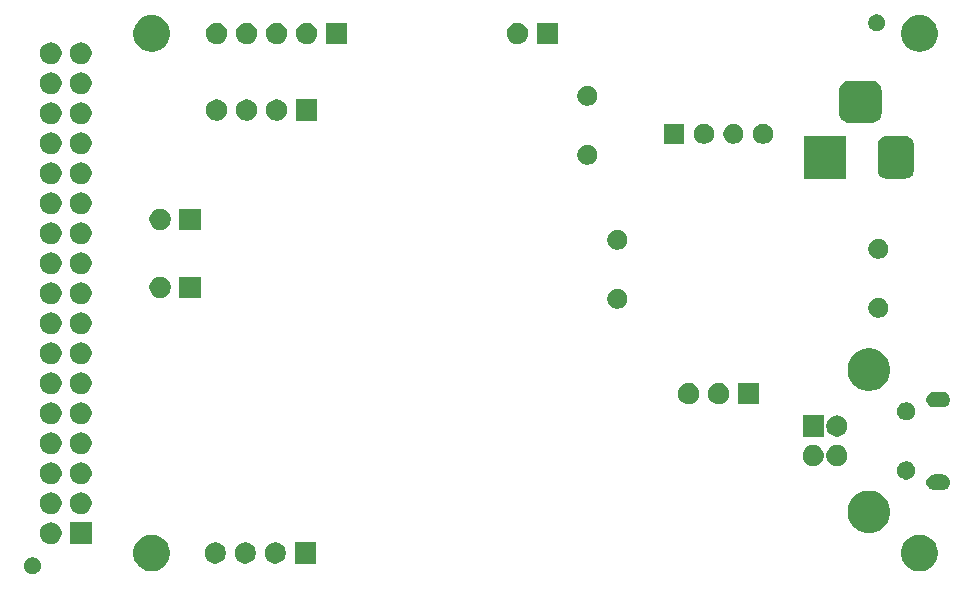
<source format=gbr>
G04 #@! TF.GenerationSoftware,KiCad,Pcbnew,(5.1.6-0-10_14)*
G04 #@! TF.CreationDate,2021-01-09T21:56:42+01:00*
G04 #@! TF.ProjectId,Greaseweazle_F7_Plus_V2,47726561-7365-4776-9561-7a6c655f4637,rev?*
G04 #@! TF.SameCoordinates,Original*
G04 #@! TF.FileFunction,Soldermask,Bot*
G04 #@! TF.FilePolarity,Negative*
%FSLAX46Y46*%
G04 Gerber Fmt 4.6, Leading zero omitted, Abs format (unit mm)*
G04 Created by KiCad (PCBNEW (5.1.6-0-10_14)) date 2021-01-09 21:56:42*
%MOMM*%
%LPD*%
G01*
G04 APERTURE LIST*
%ADD10C,0.100000*%
G04 APERTURE END LIST*
D10*
G36*
X152103181Y-147385822D02*
G01*
X152103184Y-147385823D01*
X152103183Y-147385823D01*
X152234943Y-147440400D01*
X152353523Y-147519633D01*
X152454367Y-147620477D01*
X152530355Y-147734200D01*
X152533601Y-147739059D01*
X152588178Y-147870819D01*
X152616000Y-148010691D01*
X152616000Y-148153309D01*
X152588178Y-148293181D01*
X152554870Y-148373593D01*
X152533600Y-148424943D01*
X152454367Y-148543523D01*
X152353523Y-148644367D01*
X152234943Y-148723600D01*
X152234942Y-148723601D01*
X152234941Y-148723601D01*
X152103181Y-148778178D01*
X151963309Y-148806000D01*
X151820691Y-148806000D01*
X151680819Y-148778178D01*
X151549059Y-148723601D01*
X151549058Y-148723601D01*
X151549057Y-148723600D01*
X151430477Y-148644367D01*
X151329633Y-148543523D01*
X151250400Y-148424943D01*
X151229130Y-148373593D01*
X151195822Y-148293181D01*
X151168000Y-148153309D01*
X151168000Y-148010691D01*
X151195822Y-147870819D01*
X151250399Y-147739059D01*
X151253646Y-147734200D01*
X151329633Y-147620477D01*
X151430477Y-147519633D01*
X151549057Y-147440400D01*
X151680817Y-147385823D01*
X151680816Y-147385823D01*
X151680819Y-147385822D01*
X151820691Y-147358000D01*
X151963309Y-147358000D01*
X152103181Y-147385822D01*
G37*
G36*
X162302390Y-145479783D02*
G01*
X162452118Y-145509565D01*
X162568960Y-145557963D01*
X162734199Y-145626407D01*
X162734200Y-145626408D01*
X162988068Y-145796036D01*
X163203964Y-146011932D01*
X163203965Y-146011934D01*
X163373593Y-146265801D01*
X163388141Y-146300923D01*
X163490435Y-146547882D01*
X163550000Y-146847338D01*
X163550000Y-147152662D01*
X163490435Y-147452118D01*
X163462469Y-147519633D01*
X163373593Y-147734199D01*
X163331250Y-147797570D01*
X163203964Y-147988068D01*
X162988068Y-148203964D01*
X162860273Y-148289353D01*
X162734199Y-148373593D01*
X162610229Y-148424943D01*
X162452118Y-148490435D01*
X162302390Y-148520218D01*
X162152663Y-148550000D01*
X161847337Y-148550000D01*
X161697610Y-148520218D01*
X161547882Y-148490435D01*
X161389771Y-148424943D01*
X161265801Y-148373593D01*
X161139727Y-148289353D01*
X161011932Y-148203964D01*
X160796036Y-147988068D01*
X160668750Y-147797570D01*
X160626407Y-147734199D01*
X160537531Y-147519633D01*
X160509565Y-147452118D01*
X160450000Y-147152662D01*
X160450000Y-146847338D01*
X160509565Y-146547882D01*
X160611859Y-146300923D01*
X160626407Y-146265801D01*
X160796035Y-146011934D01*
X160796036Y-146011932D01*
X161011932Y-145796036D01*
X161265800Y-145626408D01*
X161265801Y-145626407D01*
X161431040Y-145557963D01*
X161547882Y-145509565D01*
X161697610Y-145479783D01*
X161847337Y-145450000D01*
X162152663Y-145450000D01*
X162302390Y-145479783D01*
G37*
G36*
X227302390Y-145479783D02*
G01*
X227452118Y-145509565D01*
X227568960Y-145557963D01*
X227734199Y-145626407D01*
X227734200Y-145626408D01*
X227988068Y-145796036D01*
X228203964Y-146011932D01*
X228203965Y-146011934D01*
X228373593Y-146265801D01*
X228388141Y-146300923D01*
X228490435Y-146547882D01*
X228550000Y-146847338D01*
X228550000Y-147152662D01*
X228490435Y-147452118D01*
X228462469Y-147519633D01*
X228373593Y-147734199D01*
X228331250Y-147797570D01*
X228203964Y-147988068D01*
X227988068Y-148203964D01*
X227860273Y-148289353D01*
X227734199Y-148373593D01*
X227610229Y-148424943D01*
X227452118Y-148490435D01*
X227302390Y-148520218D01*
X227152663Y-148550000D01*
X226847337Y-148550000D01*
X226697610Y-148520218D01*
X226547882Y-148490435D01*
X226389771Y-148424943D01*
X226265801Y-148373593D01*
X226139727Y-148289353D01*
X226011932Y-148203964D01*
X225796036Y-147988068D01*
X225668750Y-147797570D01*
X225626407Y-147734199D01*
X225537531Y-147519633D01*
X225509565Y-147452118D01*
X225450000Y-147152662D01*
X225450000Y-146847338D01*
X225509565Y-146547882D01*
X225611859Y-146300923D01*
X225626407Y-146265801D01*
X225796035Y-146011934D01*
X225796036Y-146011932D01*
X226011932Y-145796036D01*
X226265800Y-145626408D01*
X226265801Y-145626407D01*
X226431040Y-145557963D01*
X226547882Y-145509565D01*
X226697610Y-145479783D01*
X226847337Y-145450000D01*
X227152663Y-145450000D01*
X227302390Y-145479783D01*
G37*
G36*
X175900000Y-147900000D02*
G01*
X174100000Y-147900000D01*
X174100000Y-146100000D01*
X175900000Y-146100000D01*
X175900000Y-147900000D01*
G37*
G36*
X172664561Y-146123057D02*
G01*
X172722520Y-146134586D01*
X172838335Y-146182558D01*
X172876801Y-146198491D01*
X172886310Y-146202430D01*
X173033717Y-146300924D01*
X173159076Y-146426283D01*
X173257570Y-146573690D01*
X173325414Y-146737480D01*
X173360000Y-146911358D01*
X173360000Y-147088642D01*
X173325414Y-147262520D01*
X173257570Y-147426310D01*
X173159076Y-147573717D01*
X173033717Y-147699076D01*
X172886310Y-147797570D01*
X172722520Y-147865414D01*
X172664561Y-147876943D01*
X172548644Y-147900000D01*
X172371356Y-147900000D01*
X172255439Y-147876943D01*
X172197480Y-147865414D01*
X172033690Y-147797570D01*
X171886283Y-147699076D01*
X171760924Y-147573717D01*
X171662430Y-147426310D01*
X171594586Y-147262520D01*
X171560000Y-147088642D01*
X171560000Y-146911358D01*
X171594586Y-146737480D01*
X171662430Y-146573690D01*
X171760924Y-146426283D01*
X171886283Y-146300924D01*
X172033690Y-146202430D01*
X172043200Y-146198491D01*
X172081665Y-146182558D01*
X172197480Y-146134586D01*
X172255439Y-146123057D01*
X172371356Y-146100000D01*
X172548644Y-146100000D01*
X172664561Y-146123057D01*
G37*
G36*
X170124561Y-146123057D02*
G01*
X170182520Y-146134586D01*
X170298335Y-146182558D01*
X170336801Y-146198491D01*
X170346310Y-146202430D01*
X170493717Y-146300924D01*
X170619076Y-146426283D01*
X170717570Y-146573690D01*
X170785414Y-146737480D01*
X170820000Y-146911358D01*
X170820000Y-147088642D01*
X170785414Y-147262520D01*
X170717570Y-147426310D01*
X170619076Y-147573717D01*
X170493717Y-147699076D01*
X170346310Y-147797570D01*
X170182520Y-147865414D01*
X170124561Y-147876943D01*
X170008644Y-147900000D01*
X169831356Y-147900000D01*
X169715439Y-147876943D01*
X169657480Y-147865414D01*
X169493690Y-147797570D01*
X169346283Y-147699076D01*
X169220924Y-147573717D01*
X169122430Y-147426310D01*
X169054586Y-147262520D01*
X169020000Y-147088642D01*
X169020000Y-146911358D01*
X169054586Y-146737480D01*
X169122430Y-146573690D01*
X169220924Y-146426283D01*
X169346283Y-146300924D01*
X169493690Y-146202430D01*
X169503200Y-146198491D01*
X169541665Y-146182558D01*
X169657480Y-146134586D01*
X169715439Y-146123057D01*
X169831356Y-146100000D01*
X170008644Y-146100000D01*
X170124561Y-146123057D01*
G37*
G36*
X167584561Y-146123057D02*
G01*
X167642520Y-146134586D01*
X167758335Y-146182558D01*
X167796801Y-146198491D01*
X167806310Y-146202430D01*
X167953717Y-146300924D01*
X168079076Y-146426283D01*
X168177570Y-146573690D01*
X168245414Y-146737480D01*
X168280000Y-146911358D01*
X168280000Y-147088642D01*
X168245414Y-147262520D01*
X168177570Y-147426310D01*
X168079076Y-147573717D01*
X167953717Y-147699076D01*
X167806310Y-147797570D01*
X167642520Y-147865414D01*
X167584561Y-147876943D01*
X167468644Y-147900000D01*
X167291356Y-147900000D01*
X167175439Y-147876943D01*
X167117480Y-147865414D01*
X166953690Y-147797570D01*
X166806283Y-147699076D01*
X166680924Y-147573717D01*
X166582430Y-147426310D01*
X166514586Y-147262520D01*
X166480000Y-147088642D01*
X166480000Y-146911358D01*
X166514586Y-146737480D01*
X166582430Y-146573690D01*
X166680924Y-146426283D01*
X166806283Y-146300924D01*
X166953690Y-146202430D01*
X166963200Y-146198491D01*
X167001665Y-146182558D01*
X167117480Y-146134586D01*
X167175439Y-146123057D01*
X167291356Y-146100000D01*
X167468644Y-146100000D01*
X167584561Y-146123057D01*
G37*
G36*
X156913600Y-146233600D02*
G01*
X155086400Y-146233600D01*
X155086400Y-144406400D01*
X156913600Y-144406400D01*
X156913600Y-146233600D01*
G37*
G36*
X153608817Y-144418103D02*
G01*
X153726487Y-144441509D01*
X153892752Y-144510378D01*
X154042386Y-144610360D01*
X154169640Y-144737614D01*
X154269622Y-144887248D01*
X154338491Y-145053513D01*
X154373600Y-145230018D01*
X154373600Y-145409982D01*
X154338491Y-145586487D01*
X154269622Y-145752752D01*
X154169640Y-145902386D01*
X154042386Y-146029640D01*
X153892752Y-146129622D01*
X153726487Y-146198491D01*
X153608817Y-146221897D01*
X153549983Y-146233600D01*
X153370017Y-146233600D01*
X153311183Y-146221897D01*
X153193513Y-146198491D01*
X153027248Y-146129622D01*
X152877614Y-146029640D01*
X152750360Y-145902386D01*
X152650378Y-145752752D01*
X152581509Y-145586487D01*
X152546400Y-145409982D01*
X152546400Y-145230018D01*
X152581509Y-145053513D01*
X152650378Y-144887248D01*
X152750360Y-144737614D01*
X152877614Y-144610360D01*
X153027248Y-144510378D01*
X153193513Y-144441509D01*
X153311183Y-144418103D01*
X153370017Y-144406400D01*
X153549983Y-144406400D01*
X153608817Y-144418103D01*
G37*
G36*
X223061163Y-141754587D02*
G01*
X223235041Y-141789173D01*
X223562620Y-141924861D01*
X223857433Y-142121849D01*
X224108151Y-142372567D01*
X224305139Y-142667380D01*
X224440827Y-142994959D01*
X224510000Y-143342716D01*
X224510000Y-143697284D01*
X224440827Y-144045041D01*
X224305139Y-144372620D01*
X224108151Y-144667433D01*
X223857433Y-144918151D01*
X223562620Y-145115139D01*
X223235041Y-145250827D01*
X223061162Y-145285414D01*
X222887286Y-145320000D01*
X222532714Y-145320000D01*
X222358838Y-145285414D01*
X222184959Y-145250827D01*
X221857380Y-145115139D01*
X221562567Y-144918151D01*
X221311849Y-144667433D01*
X221114861Y-144372620D01*
X220979173Y-144045041D01*
X220910000Y-143697284D01*
X220910000Y-143342716D01*
X220979173Y-142994959D01*
X221114861Y-142667380D01*
X221311849Y-142372567D01*
X221562567Y-142121849D01*
X221857380Y-141924861D01*
X222184959Y-141789173D01*
X222358837Y-141754587D01*
X222532714Y-141720000D01*
X222887286Y-141720000D01*
X223061163Y-141754587D01*
G37*
G36*
X156148817Y-141878103D02*
G01*
X156266487Y-141901509D01*
X156432752Y-141970378D01*
X156582386Y-142070360D01*
X156709640Y-142197614D01*
X156809622Y-142347248D01*
X156878491Y-142513513D01*
X156878491Y-142513515D01*
X156909098Y-142667382D01*
X156913600Y-142690018D01*
X156913600Y-142869982D01*
X156878491Y-143046487D01*
X156809622Y-143212752D01*
X156709640Y-143362386D01*
X156582386Y-143489640D01*
X156432752Y-143589622D01*
X156266487Y-143658491D01*
X156148817Y-143681897D01*
X156089983Y-143693600D01*
X155910017Y-143693600D01*
X155851183Y-143681897D01*
X155733513Y-143658491D01*
X155567248Y-143589622D01*
X155417614Y-143489640D01*
X155290360Y-143362386D01*
X155190378Y-143212752D01*
X155121509Y-143046487D01*
X155086400Y-142869982D01*
X155086400Y-142690018D01*
X155090903Y-142667382D01*
X155121509Y-142513515D01*
X155121509Y-142513513D01*
X155190378Y-142347248D01*
X155290360Y-142197614D01*
X155417614Y-142070360D01*
X155567248Y-141970378D01*
X155733513Y-141901509D01*
X155851183Y-141878103D01*
X155910017Y-141866400D01*
X156089983Y-141866400D01*
X156148817Y-141878103D01*
G37*
G36*
X153608817Y-141878103D02*
G01*
X153726487Y-141901509D01*
X153892752Y-141970378D01*
X154042386Y-142070360D01*
X154169640Y-142197614D01*
X154269622Y-142347248D01*
X154338491Y-142513513D01*
X154338491Y-142513515D01*
X154369098Y-142667382D01*
X154373600Y-142690018D01*
X154373600Y-142869982D01*
X154338491Y-143046487D01*
X154269622Y-143212752D01*
X154169640Y-143362386D01*
X154042386Y-143489640D01*
X153892752Y-143589622D01*
X153726487Y-143658491D01*
X153608817Y-143681897D01*
X153549983Y-143693600D01*
X153370017Y-143693600D01*
X153311183Y-143681897D01*
X153193513Y-143658491D01*
X153027248Y-143589622D01*
X152877614Y-143489640D01*
X152750360Y-143362386D01*
X152650378Y-143212752D01*
X152581509Y-143046487D01*
X152546400Y-142869982D01*
X152546400Y-142690018D01*
X152550903Y-142667382D01*
X152581509Y-142513515D01*
X152581509Y-142513513D01*
X152650378Y-142347248D01*
X152750360Y-142197614D01*
X152877614Y-142070360D01*
X153027248Y-141970378D01*
X153193513Y-141901509D01*
X153311183Y-141878103D01*
X153370017Y-141866400D01*
X153549983Y-141866400D01*
X153608817Y-141878103D01*
G37*
G36*
X229064922Y-140359405D02*
G01*
X229187448Y-140396573D01*
X229300368Y-140456930D01*
X229399343Y-140538157D01*
X229480570Y-140637132D01*
X229540927Y-140750052D01*
X229578095Y-140872578D01*
X229590645Y-141000000D01*
X229578095Y-141127422D01*
X229540927Y-141249948D01*
X229480570Y-141362868D01*
X229399343Y-141461843D01*
X229300368Y-141543070D01*
X229187448Y-141603427D01*
X229064922Y-141640595D01*
X228969432Y-141650000D01*
X228205568Y-141650000D01*
X228110078Y-141640595D01*
X227987552Y-141603427D01*
X227874632Y-141543070D01*
X227775657Y-141461843D01*
X227694430Y-141362868D01*
X227634073Y-141249948D01*
X227596905Y-141127422D01*
X227584355Y-141000000D01*
X227596905Y-140872578D01*
X227634073Y-140750052D01*
X227694430Y-140637132D01*
X227775657Y-140538157D01*
X227874632Y-140456930D01*
X227987552Y-140396573D01*
X228110078Y-140359405D01*
X228205568Y-140350000D01*
X228969432Y-140350000D01*
X229064922Y-140359405D01*
G37*
G36*
X156148817Y-139338103D02*
G01*
X156266487Y-139361509D01*
X156432752Y-139430378D01*
X156582386Y-139530360D01*
X156709640Y-139657614D01*
X156809622Y-139807248D01*
X156878491Y-139973513D01*
X156878491Y-139973515D01*
X156913600Y-140150017D01*
X156913600Y-140329983D01*
X156906217Y-140367099D01*
X156878491Y-140506487D01*
X156809622Y-140672752D01*
X156709640Y-140822386D01*
X156582386Y-140949640D01*
X156432752Y-141049622D01*
X156266487Y-141118491D01*
X156148817Y-141141897D01*
X156089983Y-141153600D01*
X155910017Y-141153600D01*
X155851183Y-141141897D01*
X155733513Y-141118491D01*
X155567248Y-141049622D01*
X155417614Y-140949640D01*
X155290360Y-140822386D01*
X155190378Y-140672752D01*
X155121509Y-140506487D01*
X155093783Y-140367099D01*
X155086400Y-140329983D01*
X155086400Y-140150017D01*
X155121509Y-139973515D01*
X155121509Y-139973513D01*
X155190378Y-139807248D01*
X155290360Y-139657614D01*
X155417614Y-139530360D01*
X155567248Y-139430378D01*
X155733513Y-139361509D01*
X155851183Y-139338103D01*
X155910017Y-139326400D01*
X156089983Y-139326400D01*
X156148817Y-139338103D01*
G37*
G36*
X153608817Y-139338103D02*
G01*
X153726487Y-139361509D01*
X153892752Y-139430378D01*
X154042386Y-139530360D01*
X154169640Y-139657614D01*
X154269622Y-139807248D01*
X154338491Y-139973513D01*
X154338491Y-139973515D01*
X154373600Y-140150017D01*
X154373600Y-140329983D01*
X154366217Y-140367099D01*
X154338491Y-140506487D01*
X154269622Y-140672752D01*
X154169640Y-140822386D01*
X154042386Y-140949640D01*
X153892752Y-141049622D01*
X153726487Y-141118491D01*
X153608817Y-141141897D01*
X153549983Y-141153600D01*
X153370017Y-141153600D01*
X153311183Y-141141897D01*
X153193513Y-141118491D01*
X153027248Y-141049622D01*
X152877614Y-140949640D01*
X152750360Y-140822386D01*
X152650378Y-140672752D01*
X152581509Y-140506487D01*
X152553783Y-140367099D01*
X152546400Y-140329983D01*
X152546400Y-140150017D01*
X152581509Y-139973515D01*
X152581509Y-139973513D01*
X152650378Y-139807248D01*
X152750360Y-139657614D01*
X152877614Y-139530360D01*
X153027248Y-139430378D01*
X153193513Y-139361509D01*
X153311183Y-139338103D01*
X153370017Y-139326400D01*
X153549983Y-139326400D01*
X153608817Y-139338103D01*
G37*
G36*
X226113557Y-139254782D02*
G01*
X226254599Y-139313203D01*
X226317636Y-139355323D01*
X226381534Y-139398018D01*
X226489482Y-139505966D01*
X226489483Y-139505968D01*
X226574297Y-139632901D01*
X226632718Y-139773943D01*
X226662500Y-139923668D01*
X226662500Y-140076332D01*
X226632718Y-140226057D01*
X226574297Y-140367099D01*
X226574296Y-140367100D01*
X226489482Y-140494034D01*
X226381534Y-140601982D01*
X226328928Y-140637132D01*
X226254599Y-140686797D01*
X226113557Y-140745218D01*
X225963832Y-140775000D01*
X225811168Y-140775000D01*
X225661443Y-140745218D01*
X225520401Y-140686797D01*
X225446072Y-140637132D01*
X225393466Y-140601982D01*
X225285518Y-140494034D01*
X225200704Y-140367100D01*
X225200703Y-140367099D01*
X225142282Y-140226057D01*
X225112500Y-140076332D01*
X225112500Y-139923668D01*
X225142282Y-139773943D01*
X225200703Y-139632901D01*
X225285517Y-139505968D01*
X225285518Y-139505966D01*
X225393466Y-139398018D01*
X225457364Y-139355323D01*
X225520401Y-139313203D01*
X225661443Y-139254782D01*
X225811168Y-139225000D01*
X225963832Y-139225000D01*
X226113557Y-139254782D01*
G37*
G36*
X220204561Y-137873057D02*
G01*
X220262520Y-137884586D01*
X220426310Y-137952430D01*
X220573717Y-138050924D01*
X220699076Y-138176283D01*
X220797570Y-138323690D01*
X220833172Y-138409640D01*
X220865414Y-138487481D01*
X220890501Y-138613600D01*
X220900000Y-138661358D01*
X220900000Y-138838642D01*
X220865414Y-139012520D01*
X220797570Y-139176310D01*
X220699076Y-139323717D01*
X220573717Y-139449076D01*
X220426310Y-139547570D01*
X220262520Y-139615414D01*
X220204561Y-139626943D01*
X220088644Y-139650000D01*
X219911356Y-139650000D01*
X219795439Y-139626943D01*
X219737480Y-139615414D01*
X219573690Y-139547570D01*
X219426283Y-139449076D01*
X219300924Y-139323717D01*
X219202430Y-139176310D01*
X219134586Y-139012520D01*
X219100000Y-138838642D01*
X219100000Y-138661358D01*
X219109500Y-138613600D01*
X219134586Y-138487481D01*
X219166829Y-138409640D01*
X219202430Y-138323690D01*
X219300924Y-138176283D01*
X219426283Y-138050924D01*
X219573690Y-137952430D01*
X219737480Y-137884586D01*
X219795439Y-137873057D01*
X219911356Y-137850000D01*
X220088644Y-137850000D01*
X220204561Y-137873057D01*
G37*
G36*
X218204561Y-137873057D02*
G01*
X218262520Y-137884586D01*
X218426310Y-137952430D01*
X218573717Y-138050924D01*
X218699076Y-138176283D01*
X218797570Y-138323690D01*
X218833172Y-138409640D01*
X218865414Y-138487481D01*
X218890501Y-138613600D01*
X218900000Y-138661358D01*
X218900000Y-138838642D01*
X218865414Y-139012520D01*
X218797570Y-139176310D01*
X218699076Y-139323717D01*
X218573717Y-139449076D01*
X218426310Y-139547570D01*
X218262520Y-139615414D01*
X218204561Y-139626943D01*
X218088644Y-139650000D01*
X217911356Y-139650000D01*
X217795439Y-139626943D01*
X217737480Y-139615414D01*
X217573690Y-139547570D01*
X217426283Y-139449076D01*
X217300924Y-139323717D01*
X217202430Y-139176310D01*
X217134586Y-139012520D01*
X217100000Y-138838642D01*
X217100000Y-138661358D01*
X217109500Y-138613600D01*
X217134586Y-138487481D01*
X217166829Y-138409640D01*
X217202430Y-138323690D01*
X217300924Y-138176283D01*
X217426283Y-138050924D01*
X217573690Y-137952430D01*
X217737480Y-137884586D01*
X217795439Y-137873057D01*
X217911356Y-137850000D01*
X218088644Y-137850000D01*
X218204561Y-137873057D01*
G37*
G36*
X156148817Y-136798103D02*
G01*
X156266487Y-136821509D01*
X156432752Y-136890378D01*
X156582386Y-136990360D01*
X156709640Y-137117614D01*
X156809622Y-137267248D01*
X156878491Y-137433513D01*
X156913600Y-137610018D01*
X156913600Y-137789982D01*
X156878491Y-137966487D01*
X156809622Y-138132752D01*
X156709640Y-138282386D01*
X156582386Y-138409640D01*
X156432752Y-138509622D01*
X156266487Y-138578491D01*
X156148817Y-138601897D01*
X156089983Y-138613600D01*
X155910017Y-138613600D01*
X155851183Y-138601897D01*
X155733513Y-138578491D01*
X155567248Y-138509622D01*
X155417614Y-138409640D01*
X155290360Y-138282386D01*
X155190378Y-138132752D01*
X155121509Y-137966487D01*
X155086400Y-137789982D01*
X155086400Y-137610018D01*
X155121509Y-137433513D01*
X155190378Y-137267248D01*
X155290360Y-137117614D01*
X155417614Y-136990360D01*
X155567248Y-136890378D01*
X155733513Y-136821509D01*
X155851183Y-136798103D01*
X155910017Y-136786400D01*
X156089983Y-136786400D01*
X156148817Y-136798103D01*
G37*
G36*
X153608817Y-136798103D02*
G01*
X153726487Y-136821509D01*
X153892752Y-136890378D01*
X154042386Y-136990360D01*
X154169640Y-137117614D01*
X154269622Y-137267248D01*
X154338491Y-137433513D01*
X154373600Y-137610018D01*
X154373600Y-137789982D01*
X154338491Y-137966487D01*
X154269622Y-138132752D01*
X154169640Y-138282386D01*
X154042386Y-138409640D01*
X153892752Y-138509622D01*
X153726487Y-138578491D01*
X153608817Y-138601897D01*
X153549983Y-138613600D01*
X153370017Y-138613600D01*
X153311183Y-138601897D01*
X153193513Y-138578491D01*
X153027248Y-138509622D01*
X152877614Y-138409640D01*
X152750360Y-138282386D01*
X152650378Y-138132752D01*
X152581509Y-137966487D01*
X152546400Y-137789982D01*
X152546400Y-137610018D01*
X152581509Y-137433513D01*
X152650378Y-137267248D01*
X152750360Y-137117614D01*
X152877614Y-136990360D01*
X153027248Y-136890378D01*
X153193513Y-136821509D01*
X153311183Y-136798103D01*
X153370017Y-136786400D01*
X153549983Y-136786400D01*
X153608817Y-136798103D01*
G37*
G36*
X218900000Y-137150000D02*
G01*
X217100000Y-137150000D01*
X217100000Y-135350000D01*
X218900000Y-135350000D01*
X218900000Y-137150000D01*
G37*
G36*
X220174606Y-135367099D02*
G01*
X220262520Y-135384586D01*
X220426310Y-135452430D01*
X220573717Y-135550924D01*
X220699076Y-135676283D01*
X220797570Y-135823690D01*
X220865414Y-135987480D01*
X220900000Y-136161358D01*
X220900000Y-136338642D01*
X220865414Y-136512520D01*
X220797570Y-136676310D01*
X220699076Y-136823717D01*
X220573717Y-136949076D01*
X220426310Y-137047570D01*
X220262520Y-137115414D01*
X220204561Y-137126943D01*
X220088644Y-137150000D01*
X219911356Y-137150000D01*
X219795439Y-137126943D01*
X219737480Y-137115414D01*
X219573690Y-137047570D01*
X219426283Y-136949076D01*
X219300924Y-136823717D01*
X219202430Y-136676310D01*
X219134586Y-136512520D01*
X219100000Y-136338642D01*
X219100000Y-136161358D01*
X219134586Y-135987480D01*
X219202430Y-135823690D01*
X219300924Y-135676283D01*
X219426283Y-135550924D01*
X219573690Y-135452430D01*
X219737480Y-135384586D01*
X219825394Y-135367099D01*
X219911356Y-135350000D01*
X220088644Y-135350000D01*
X220174606Y-135367099D01*
G37*
G36*
X156148817Y-134258103D02*
G01*
X156266487Y-134281509D01*
X156432752Y-134350378D01*
X156582386Y-134450360D01*
X156709640Y-134577614D01*
X156809622Y-134727248D01*
X156878491Y-134893513D01*
X156913600Y-135070018D01*
X156913600Y-135249982D01*
X156878491Y-135426487D01*
X156809622Y-135592752D01*
X156709640Y-135742386D01*
X156582386Y-135869640D01*
X156432752Y-135969622D01*
X156266487Y-136038491D01*
X156148817Y-136061897D01*
X156089983Y-136073600D01*
X155910017Y-136073600D01*
X155851183Y-136061897D01*
X155733513Y-136038491D01*
X155567248Y-135969622D01*
X155417614Y-135869640D01*
X155290360Y-135742386D01*
X155190378Y-135592752D01*
X155121509Y-135426487D01*
X155086400Y-135249982D01*
X155086400Y-135070018D01*
X155121509Y-134893513D01*
X155190378Y-134727248D01*
X155290360Y-134577614D01*
X155417614Y-134450360D01*
X155567248Y-134350378D01*
X155733513Y-134281509D01*
X155851183Y-134258103D01*
X155910017Y-134246400D01*
X156089983Y-134246400D01*
X156148817Y-134258103D01*
G37*
G36*
X153608817Y-134258103D02*
G01*
X153726487Y-134281509D01*
X153892752Y-134350378D01*
X154042386Y-134450360D01*
X154169640Y-134577614D01*
X154269622Y-134727248D01*
X154338491Y-134893513D01*
X154373600Y-135070018D01*
X154373600Y-135249982D01*
X154338491Y-135426487D01*
X154269622Y-135592752D01*
X154169640Y-135742386D01*
X154042386Y-135869640D01*
X153892752Y-135969622D01*
X153726487Y-136038491D01*
X153608817Y-136061897D01*
X153549983Y-136073600D01*
X153370017Y-136073600D01*
X153311183Y-136061897D01*
X153193513Y-136038491D01*
X153027248Y-135969622D01*
X152877614Y-135869640D01*
X152750360Y-135742386D01*
X152650378Y-135592752D01*
X152581509Y-135426487D01*
X152546400Y-135249982D01*
X152546400Y-135070018D01*
X152581509Y-134893513D01*
X152650378Y-134727248D01*
X152750360Y-134577614D01*
X152877614Y-134450360D01*
X153027248Y-134350378D01*
X153193513Y-134281509D01*
X153311183Y-134258103D01*
X153370017Y-134246400D01*
X153549983Y-134246400D01*
X153608817Y-134258103D01*
G37*
G36*
X226113557Y-134254782D02*
G01*
X226254599Y-134313203D01*
X226254600Y-134313204D01*
X226381534Y-134398018D01*
X226489482Y-134505966D01*
X226532177Y-134569864D01*
X226574297Y-134632901D01*
X226632718Y-134773943D01*
X226662500Y-134923668D01*
X226662500Y-135076332D01*
X226632718Y-135226057D01*
X226574297Y-135367099D01*
X226534615Y-135426487D01*
X226489482Y-135494034D01*
X226381534Y-135601982D01*
X226317636Y-135644677D01*
X226254599Y-135686797D01*
X226113557Y-135745218D01*
X225963832Y-135775000D01*
X225811168Y-135775000D01*
X225661443Y-135745218D01*
X225520401Y-135686797D01*
X225457364Y-135644677D01*
X225393466Y-135601982D01*
X225285518Y-135494034D01*
X225240385Y-135426487D01*
X225200703Y-135367099D01*
X225142282Y-135226057D01*
X225112500Y-135076332D01*
X225112500Y-134923668D01*
X225142282Y-134773943D01*
X225200703Y-134632901D01*
X225242823Y-134569864D01*
X225285518Y-134505966D01*
X225393466Y-134398018D01*
X225520400Y-134313204D01*
X225520401Y-134313203D01*
X225661443Y-134254782D01*
X225811168Y-134225000D01*
X225963832Y-134225000D01*
X226113557Y-134254782D01*
G37*
G36*
X229064922Y-133359405D02*
G01*
X229187448Y-133396573D01*
X229300368Y-133456930D01*
X229399343Y-133538157D01*
X229480570Y-133637132D01*
X229540927Y-133750052D01*
X229578095Y-133872578D01*
X229590645Y-134000000D01*
X229578095Y-134127422D01*
X229540927Y-134249948D01*
X229480570Y-134362868D01*
X229399343Y-134461843D01*
X229300368Y-134543070D01*
X229187448Y-134603427D01*
X229064922Y-134640595D01*
X228969432Y-134650000D01*
X228205568Y-134650000D01*
X228110078Y-134640595D01*
X227987552Y-134603427D01*
X227874632Y-134543070D01*
X227775657Y-134461843D01*
X227694430Y-134362868D01*
X227634073Y-134249948D01*
X227596905Y-134127422D01*
X227584355Y-134000000D01*
X227596905Y-133872578D01*
X227634073Y-133750052D01*
X227694430Y-133637132D01*
X227775657Y-133538157D01*
X227874632Y-133456930D01*
X227987552Y-133396573D01*
X228110078Y-133359405D01*
X228205568Y-133350000D01*
X228969432Y-133350000D01*
X229064922Y-133359405D01*
G37*
G36*
X213440000Y-134400000D02*
G01*
X211640000Y-134400000D01*
X211640000Y-132600000D01*
X213440000Y-132600000D01*
X213440000Y-134400000D01*
G37*
G36*
X210204561Y-132623057D02*
G01*
X210262520Y-132634586D01*
X210426310Y-132702430D01*
X210573717Y-132800924D01*
X210699076Y-132926283D01*
X210797570Y-133073690D01*
X210850878Y-133202386D01*
X210865414Y-133237481D01*
X210900000Y-133411356D01*
X210900000Y-133588644D01*
X210876943Y-133704561D01*
X210865414Y-133762520D01*
X210797570Y-133926310D01*
X210699076Y-134073717D01*
X210573717Y-134199076D01*
X210426310Y-134297570D01*
X210262520Y-134365414D01*
X210204561Y-134376943D01*
X210088644Y-134400000D01*
X209911356Y-134400000D01*
X209795439Y-134376943D01*
X209737480Y-134365414D01*
X209573690Y-134297570D01*
X209426283Y-134199076D01*
X209300924Y-134073717D01*
X209202430Y-133926310D01*
X209134586Y-133762520D01*
X209123057Y-133704561D01*
X209100000Y-133588644D01*
X209100000Y-133411356D01*
X209134586Y-133237481D01*
X209149123Y-133202386D01*
X209202430Y-133073690D01*
X209300924Y-132926283D01*
X209426283Y-132800924D01*
X209573690Y-132702430D01*
X209737480Y-132634586D01*
X209795439Y-132623057D01*
X209911356Y-132600000D01*
X210088644Y-132600000D01*
X210204561Y-132623057D01*
G37*
G36*
X207664561Y-132623057D02*
G01*
X207722520Y-132634586D01*
X207886310Y-132702430D01*
X208033717Y-132800924D01*
X208159076Y-132926283D01*
X208257570Y-133073690D01*
X208310878Y-133202386D01*
X208325414Y-133237481D01*
X208360000Y-133411356D01*
X208360000Y-133588644D01*
X208336943Y-133704561D01*
X208325414Y-133762520D01*
X208257570Y-133926310D01*
X208159076Y-134073717D01*
X208033717Y-134199076D01*
X207886310Y-134297570D01*
X207722520Y-134365414D01*
X207664561Y-134376943D01*
X207548644Y-134400000D01*
X207371356Y-134400000D01*
X207255439Y-134376943D01*
X207197480Y-134365414D01*
X207033690Y-134297570D01*
X206886283Y-134199076D01*
X206760924Y-134073717D01*
X206662430Y-133926310D01*
X206594586Y-133762520D01*
X206583057Y-133704561D01*
X206560000Y-133588644D01*
X206560000Y-133411356D01*
X206594586Y-133237481D01*
X206609123Y-133202386D01*
X206662430Y-133073690D01*
X206760924Y-132926283D01*
X206886283Y-132800924D01*
X207033690Y-132702430D01*
X207197480Y-132634586D01*
X207255439Y-132623057D01*
X207371356Y-132600000D01*
X207548644Y-132600000D01*
X207664561Y-132623057D01*
G37*
G36*
X156148817Y-131718103D02*
G01*
X156266487Y-131741509D01*
X156432752Y-131810378D01*
X156582386Y-131910360D01*
X156709640Y-132037614D01*
X156809622Y-132187248D01*
X156878491Y-132353513D01*
X156913600Y-132530018D01*
X156913600Y-132709982D01*
X156878491Y-132886487D01*
X156809622Y-133052752D01*
X156709640Y-133202386D01*
X156582386Y-133329640D01*
X156432752Y-133429622D01*
X156266487Y-133498491D01*
X156148817Y-133521897D01*
X156089983Y-133533600D01*
X155910017Y-133533600D01*
X155851183Y-133521897D01*
X155733513Y-133498491D01*
X155567248Y-133429622D01*
X155417614Y-133329640D01*
X155290360Y-133202386D01*
X155190378Y-133052752D01*
X155121509Y-132886487D01*
X155086400Y-132709982D01*
X155086400Y-132530018D01*
X155121509Y-132353513D01*
X155190378Y-132187248D01*
X155290360Y-132037614D01*
X155417614Y-131910360D01*
X155567248Y-131810378D01*
X155733513Y-131741509D01*
X155851183Y-131718103D01*
X155910017Y-131706400D01*
X156089983Y-131706400D01*
X156148817Y-131718103D01*
G37*
G36*
X153608817Y-131718103D02*
G01*
X153726487Y-131741509D01*
X153892752Y-131810378D01*
X154042386Y-131910360D01*
X154169640Y-132037614D01*
X154269622Y-132187248D01*
X154338491Y-132353513D01*
X154373600Y-132530018D01*
X154373600Y-132709982D01*
X154338491Y-132886487D01*
X154269622Y-133052752D01*
X154169640Y-133202386D01*
X154042386Y-133329640D01*
X153892752Y-133429622D01*
X153726487Y-133498491D01*
X153608817Y-133521897D01*
X153549983Y-133533600D01*
X153370017Y-133533600D01*
X153311183Y-133521897D01*
X153193513Y-133498491D01*
X153027248Y-133429622D01*
X152877614Y-133329640D01*
X152750360Y-133202386D01*
X152650378Y-133052752D01*
X152581509Y-132886487D01*
X152546400Y-132709982D01*
X152546400Y-132530018D01*
X152581509Y-132353513D01*
X152650378Y-132187248D01*
X152750360Y-132037614D01*
X152877614Y-131910360D01*
X153027248Y-131810378D01*
X153193513Y-131741509D01*
X153311183Y-131718103D01*
X153370017Y-131706400D01*
X153549983Y-131706400D01*
X153608817Y-131718103D01*
G37*
G36*
X223061162Y-129714586D02*
G01*
X223235041Y-129749173D01*
X223562620Y-129884861D01*
X223857433Y-130081849D01*
X224108151Y-130332567D01*
X224305139Y-130627380D01*
X224440827Y-130954959D01*
X224448513Y-130993600D01*
X224510000Y-131302714D01*
X224510000Y-131657286D01*
X224493247Y-131741509D01*
X224440827Y-132005041D01*
X224305139Y-132332620D01*
X224108151Y-132627433D01*
X223857433Y-132878151D01*
X223562620Y-133075139D01*
X223235041Y-133210827D01*
X223101047Y-133237480D01*
X222887286Y-133280000D01*
X222532714Y-133280000D01*
X222318953Y-133237480D01*
X222184959Y-133210827D01*
X221857380Y-133075139D01*
X221562567Y-132878151D01*
X221311849Y-132627433D01*
X221114861Y-132332620D01*
X220979173Y-132005041D01*
X220926753Y-131741509D01*
X220910000Y-131657286D01*
X220910000Y-131302714D01*
X220971487Y-130993600D01*
X220979173Y-130954959D01*
X221114861Y-130627380D01*
X221311849Y-130332567D01*
X221562567Y-130081849D01*
X221857380Y-129884861D01*
X222184959Y-129749173D01*
X222358838Y-129714586D01*
X222532714Y-129680000D01*
X222887286Y-129680000D01*
X223061162Y-129714586D01*
G37*
G36*
X153608817Y-129178103D02*
G01*
X153726487Y-129201509D01*
X153892752Y-129270378D01*
X154042386Y-129370360D01*
X154169640Y-129497614D01*
X154269622Y-129647248D01*
X154338491Y-129813513D01*
X154373600Y-129990018D01*
X154373600Y-130169982D01*
X154338491Y-130346487D01*
X154269622Y-130512752D01*
X154169640Y-130662386D01*
X154042386Y-130789640D01*
X153892752Y-130889622D01*
X153726487Y-130958491D01*
X153608817Y-130981897D01*
X153549983Y-130993600D01*
X153370017Y-130993600D01*
X153311183Y-130981897D01*
X153193513Y-130958491D01*
X153027248Y-130889622D01*
X152877614Y-130789640D01*
X152750360Y-130662386D01*
X152650378Y-130512752D01*
X152581509Y-130346487D01*
X152546400Y-130169982D01*
X152546400Y-129990018D01*
X152581509Y-129813513D01*
X152650378Y-129647248D01*
X152750360Y-129497614D01*
X152877614Y-129370360D01*
X153027248Y-129270378D01*
X153193513Y-129201509D01*
X153311183Y-129178103D01*
X153370017Y-129166400D01*
X153549983Y-129166400D01*
X153608817Y-129178103D01*
G37*
G36*
X156148817Y-129178103D02*
G01*
X156266487Y-129201509D01*
X156432752Y-129270378D01*
X156582386Y-129370360D01*
X156709640Y-129497614D01*
X156809622Y-129647248D01*
X156878491Y-129813513D01*
X156913600Y-129990018D01*
X156913600Y-130169982D01*
X156878491Y-130346487D01*
X156809622Y-130512752D01*
X156709640Y-130662386D01*
X156582386Y-130789640D01*
X156432752Y-130889622D01*
X156266487Y-130958491D01*
X156148817Y-130981897D01*
X156089983Y-130993600D01*
X155910017Y-130993600D01*
X155851183Y-130981897D01*
X155733513Y-130958491D01*
X155567248Y-130889622D01*
X155417614Y-130789640D01*
X155290360Y-130662386D01*
X155190378Y-130512752D01*
X155121509Y-130346487D01*
X155086400Y-130169982D01*
X155086400Y-129990018D01*
X155121509Y-129813513D01*
X155190378Y-129647248D01*
X155290360Y-129497614D01*
X155417614Y-129370360D01*
X155567248Y-129270378D01*
X155733513Y-129201509D01*
X155851183Y-129178103D01*
X155910017Y-129166400D01*
X156089983Y-129166400D01*
X156148817Y-129178103D01*
G37*
G36*
X153608817Y-126638103D02*
G01*
X153726487Y-126661509D01*
X153892752Y-126730378D01*
X154042386Y-126830360D01*
X154169640Y-126957614D01*
X154269622Y-127107248D01*
X154338491Y-127273513D01*
X154373600Y-127450018D01*
X154373600Y-127629982D01*
X154338491Y-127806487D01*
X154269622Y-127972752D01*
X154169640Y-128122386D01*
X154042386Y-128249640D01*
X153892752Y-128349622D01*
X153726487Y-128418491D01*
X153608817Y-128441897D01*
X153549983Y-128453600D01*
X153370017Y-128453600D01*
X153311183Y-128441897D01*
X153193513Y-128418491D01*
X153027248Y-128349622D01*
X152877614Y-128249640D01*
X152750360Y-128122386D01*
X152650378Y-127972752D01*
X152581509Y-127806487D01*
X152546400Y-127629982D01*
X152546400Y-127450018D01*
X152581509Y-127273513D01*
X152650378Y-127107248D01*
X152750360Y-126957614D01*
X152877614Y-126830360D01*
X153027248Y-126730378D01*
X153193513Y-126661509D01*
X153311183Y-126638103D01*
X153370017Y-126626400D01*
X153549983Y-126626400D01*
X153608817Y-126638103D01*
G37*
G36*
X156148817Y-126638103D02*
G01*
X156266487Y-126661509D01*
X156432752Y-126730378D01*
X156582386Y-126830360D01*
X156709640Y-126957614D01*
X156809622Y-127107248D01*
X156878491Y-127273513D01*
X156913600Y-127450018D01*
X156913600Y-127629982D01*
X156878491Y-127806487D01*
X156809622Y-127972752D01*
X156709640Y-128122386D01*
X156582386Y-128249640D01*
X156432752Y-128349622D01*
X156266487Y-128418491D01*
X156148817Y-128441897D01*
X156089983Y-128453600D01*
X155910017Y-128453600D01*
X155851183Y-128441897D01*
X155733513Y-128418491D01*
X155567248Y-128349622D01*
X155417614Y-128249640D01*
X155290360Y-128122386D01*
X155190378Y-127972752D01*
X155121509Y-127806487D01*
X155086400Y-127629982D01*
X155086400Y-127450018D01*
X155121509Y-127273513D01*
X155190378Y-127107248D01*
X155290360Y-126957614D01*
X155417614Y-126830360D01*
X155567248Y-126730378D01*
X155733513Y-126661509D01*
X155851183Y-126638103D01*
X155910017Y-126626400D01*
X156089983Y-126626400D01*
X156148817Y-126638103D01*
G37*
G36*
X223767934Y-125420664D02*
G01*
X223922625Y-125484739D01*
X223922626Y-125484740D01*
X224061844Y-125577762D01*
X224180238Y-125696156D01*
X224198800Y-125723936D01*
X224273261Y-125835375D01*
X224337336Y-125990066D01*
X224370000Y-126154281D01*
X224370000Y-126321719D01*
X224337336Y-126485934D01*
X224273261Y-126640625D01*
X224227065Y-126709762D01*
X224180238Y-126779844D01*
X224061844Y-126898238D01*
X223991762Y-126945065D01*
X223922625Y-126991261D01*
X223767934Y-127055336D01*
X223603719Y-127088000D01*
X223436281Y-127088000D01*
X223272066Y-127055336D01*
X223117375Y-126991261D01*
X223048238Y-126945065D01*
X222978156Y-126898238D01*
X222859762Y-126779844D01*
X222812935Y-126709762D01*
X222766739Y-126640625D01*
X222702664Y-126485934D01*
X222670000Y-126321719D01*
X222670000Y-126154281D01*
X222702664Y-125990066D01*
X222766739Y-125835375D01*
X222841200Y-125723936D01*
X222859762Y-125696156D01*
X222978156Y-125577762D01*
X223117374Y-125484740D01*
X223117375Y-125484739D01*
X223272066Y-125420664D01*
X223436281Y-125388000D01*
X223603719Y-125388000D01*
X223767934Y-125420664D01*
G37*
G36*
X201669934Y-124658664D02*
G01*
X201824625Y-124722739D01*
X201824626Y-124722740D01*
X201963844Y-124815762D01*
X202082238Y-124934156D01*
X202082239Y-124934158D01*
X202175261Y-125073375D01*
X202239336Y-125228066D01*
X202272000Y-125392281D01*
X202272000Y-125559719D01*
X202239336Y-125723934D01*
X202175261Y-125878625D01*
X202175260Y-125878626D01*
X202082238Y-126017844D01*
X201963844Y-126136238D01*
X201936839Y-126154282D01*
X201824625Y-126229261D01*
X201669934Y-126293336D01*
X201505719Y-126326000D01*
X201338281Y-126326000D01*
X201174066Y-126293336D01*
X201019375Y-126229261D01*
X200907161Y-126154282D01*
X200880156Y-126136238D01*
X200761762Y-126017844D01*
X200668740Y-125878626D01*
X200668739Y-125878625D01*
X200604664Y-125723934D01*
X200572000Y-125559719D01*
X200572000Y-125392281D01*
X200604664Y-125228066D01*
X200668739Y-125073375D01*
X200761761Y-124934158D01*
X200761762Y-124934156D01*
X200880156Y-124815762D01*
X201019374Y-124722740D01*
X201019375Y-124722739D01*
X201174066Y-124658664D01*
X201338281Y-124626000D01*
X201505719Y-124626000D01*
X201669934Y-124658664D01*
G37*
G36*
X156148817Y-124098103D02*
G01*
X156266487Y-124121509D01*
X156432752Y-124190378D01*
X156582386Y-124290360D01*
X156709640Y-124417614D01*
X156809622Y-124567248D01*
X156878491Y-124733513D01*
X156913600Y-124910018D01*
X156913600Y-125089982D01*
X156878491Y-125266487D01*
X156809622Y-125432752D01*
X156709640Y-125582386D01*
X156582386Y-125709640D01*
X156432752Y-125809622D01*
X156266487Y-125878491D01*
X156148817Y-125901897D01*
X156089983Y-125913600D01*
X155910017Y-125913600D01*
X155851183Y-125901897D01*
X155733513Y-125878491D01*
X155567248Y-125809622D01*
X155417614Y-125709640D01*
X155290360Y-125582386D01*
X155190378Y-125432752D01*
X155121509Y-125266487D01*
X155086400Y-125089982D01*
X155086400Y-124910018D01*
X155121509Y-124733513D01*
X155190378Y-124567248D01*
X155290360Y-124417614D01*
X155417614Y-124290360D01*
X155567248Y-124190378D01*
X155733513Y-124121509D01*
X155851183Y-124098103D01*
X155910017Y-124086400D01*
X156089983Y-124086400D01*
X156148817Y-124098103D01*
G37*
G36*
X153608817Y-124098103D02*
G01*
X153726487Y-124121509D01*
X153892752Y-124190378D01*
X154042386Y-124290360D01*
X154169640Y-124417614D01*
X154269622Y-124567248D01*
X154338491Y-124733513D01*
X154373600Y-124910018D01*
X154373600Y-125089982D01*
X154338491Y-125266487D01*
X154269622Y-125432752D01*
X154169640Y-125582386D01*
X154042386Y-125709640D01*
X153892752Y-125809622D01*
X153726487Y-125878491D01*
X153608817Y-125901897D01*
X153549983Y-125913600D01*
X153370017Y-125913600D01*
X153311183Y-125901897D01*
X153193513Y-125878491D01*
X153027248Y-125809622D01*
X152877614Y-125709640D01*
X152750360Y-125582386D01*
X152650378Y-125432752D01*
X152581509Y-125266487D01*
X152546400Y-125089982D01*
X152546400Y-124910018D01*
X152581509Y-124733513D01*
X152650378Y-124567248D01*
X152750360Y-124417614D01*
X152877614Y-124290360D01*
X153027248Y-124190378D01*
X153193513Y-124121509D01*
X153311183Y-124098103D01*
X153370017Y-124086400D01*
X153549983Y-124086400D01*
X153608817Y-124098103D01*
G37*
G36*
X162914561Y-123623057D02*
G01*
X162972520Y-123634586D01*
X163136310Y-123702430D01*
X163283717Y-123800924D01*
X163409076Y-123926283D01*
X163507570Y-124073690D01*
X163575414Y-124237480D01*
X163610000Y-124411358D01*
X163610000Y-124588642D01*
X163575414Y-124762520D01*
X163507570Y-124926310D01*
X163409076Y-125073717D01*
X163283717Y-125199076D01*
X163136310Y-125297570D01*
X162972520Y-125365414D01*
X162914561Y-125376943D01*
X162798644Y-125400000D01*
X162621356Y-125400000D01*
X162505439Y-125376943D01*
X162447480Y-125365414D01*
X162283690Y-125297570D01*
X162136283Y-125199076D01*
X162010924Y-125073717D01*
X161912430Y-124926310D01*
X161844586Y-124762520D01*
X161810000Y-124588642D01*
X161810000Y-124411358D01*
X161844586Y-124237480D01*
X161912430Y-124073690D01*
X162010924Y-123926283D01*
X162136283Y-123800924D01*
X162283690Y-123702430D01*
X162447480Y-123634586D01*
X162505439Y-123623057D01*
X162621356Y-123600000D01*
X162798644Y-123600000D01*
X162914561Y-123623057D01*
G37*
G36*
X166150000Y-125400000D02*
G01*
X164350000Y-125400000D01*
X164350000Y-123600000D01*
X166150000Y-123600000D01*
X166150000Y-125400000D01*
G37*
G36*
X156148817Y-121558103D02*
G01*
X156266487Y-121581509D01*
X156432752Y-121650378D01*
X156582386Y-121750360D01*
X156709640Y-121877614D01*
X156809622Y-122027248D01*
X156878491Y-122193513D01*
X156913600Y-122370018D01*
X156913600Y-122549982D01*
X156878491Y-122726487D01*
X156809622Y-122892752D01*
X156709640Y-123042386D01*
X156582386Y-123169640D01*
X156432752Y-123269622D01*
X156266487Y-123338491D01*
X156148817Y-123361897D01*
X156089983Y-123373600D01*
X155910017Y-123373600D01*
X155851183Y-123361897D01*
X155733513Y-123338491D01*
X155567248Y-123269622D01*
X155417614Y-123169640D01*
X155290360Y-123042386D01*
X155190378Y-122892752D01*
X155121509Y-122726487D01*
X155086400Y-122549982D01*
X155086400Y-122370018D01*
X155121509Y-122193513D01*
X155190378Y-122027248D01*
X155290360Y-121877614D01*
X155417614Y-121750360D01*
X155567248Y-121650378D01*
X155733513Y-121581509D01*
X155851183Y-121558103D01*
X155910017Y-121546400D01*
X156089983Y-121546400D01*
X156148817Y-121558103D01*
G37*
G36*
X153608817Y-121558103D02*
G01*
X153726487Y-121581509D01*
X153892752Y-121650378D01*
X154042386Y-121750360D01*
X154169640Y-121877614D01*
X154269622Y-122027248D01*
X154338491Y-122193513D01*
X154373600Y-122370018D01*
X154373600Y-122549982D01*
X154338491Y-122726487D01*
X154269622Y-122892752D01*
X154169640Y-123042386D01*
X154042386Y-123169640D01*
X153892752Y-123269622D01*
X153726487Y-123338491D01*
X153608817Y-123361897D01*
X153549983Y-123373600D01*
X153370017Y-123373600D01*
X153311183Y-123361897D01*
X153193513Y-123338491D01*
X153027248Y-123269622D01*
X152877614Y-123169640D01*
X152750360Y-123042386D01*
X152650378Y-122892752D01*
X152581509Y-122726487D01*
X152546400Y-122549982D01*
X152546400Y-122370018D01*
X152581509Y-122193513D01*
X152650378Y-122027248D01*
X152750360Y-121877614D01*
X152877614Y-121750360D01*
X153027248Y-121650378D01*
X153193513Y-121581509D01*
X153311183Y-121558103D01*
X153370017Y-121546400D01*
X153549983Y-121546400D01*
X153608817Y-121558103D01*
G37*
G36*
X223767934Y-120420664D02*
G01*
X223922625Y-120484739D01*
X223991762Y-120530935D01*
X224061844Y-120577762D01*
X224180238Y-120696156D01*
X224198800Y-120723936D01*
X224273261Y-120835375D01*
X224337336Y-120990066D01*
X224370000Y-121154281D01*
X224370000Y-121321719D01*
X224337336Y-121485934D01*
X224273261Y-121640625D01*
X224273260Y-121640626D01*
X224180238Y-121779844D01*
X224061844Y-121898238D01*
X223991762Y-121945065D01*
X223922625Y-121991261D01*
X223767934Y-122055336D01*
X223603719Y-122088000D01*
X223436281Y-122088000D01*
X223272066Y-122055336D01*
X223117375Y-121991261D01*
X223048238Y-121945065D01*
X222978156Y-121898238D01*
X222859762Y-121779844D01*
X222766740Y-121640626D01*
X222766739Y-121640625D01*
X222702664Y-121485934D01*
X222670000Y-121321719D01*
X222670000Y-121154281D01*
X222702664Y-120990066D01*
X222766739Y-120835375D01*
X222841200Y-120723936D01*
X222859762Y-120696156D01*
X222978156Y-120577762D01*
X223048238Y-120530935D01*
X223117375Y-120484739D01*
X223272066Y-120420664D01*
X223436281Y-120388000D01*
X223603719Y-120388000D01*
X223767934Y-120420664D01*
G37*
G36*
X201669934Y-119658664D02*
G01*
X201824625Y-119722739D01*
X201824626Y-119722740D01*
X201963844Y-119815762D01*
X202082238Y-119934156D01*
X202082239Y-119934158D01*
X202175261Y-120073375D01*
X202239336Y-120228066D01*
X202272000Y-120392281D01*
X202272000Y-120559719D01*
X202239336Y-120723934D01*
X202175261Y-120878625D01*
X202175260Y-120878626D01*
X202082238Y-121017844D01*
X201963844Y-121136238D01*
X201936839Y-121154282D01*
X201824625Y-121229261D01*
X201669934Y-121293336D01*
X201505719Y-121326000D01*
X201338281Y-121326000D01*
X201174066Y-121293336D01*
X201019375Y-121229261D01*
X200907161Y-121154282D01*
X200880156Y-121136238D01*
X200761762Y-121017844D01*
X200668740Y-120878626D01*
X200668739Y-120878625D01*
X200604664Y-120723934D01*
X200572000Y-120559719D01*
X200572000Y-120392281D01*
X200604664Y-120228066D01*
X200668739Y-120073375D01*
X200761761Y-119934158D01*
X200761762Y-119934156D01*
X200880156Y-119815762D01*
X201019374Y-119722740D01*
X201019375Y-119722739D01*
X201174066Y-119658664D01*
X201338281Y-119626000D01*
X201505719Y-119626000D01*
X201669934Y-119658664D01*
G37*
G36*
X156148817Y-119018103D02*
G01*
X156266487Y-119041509D01*
X156432752Y-119110378D01*
X156582386Y-119210360D01*
X156709640Y-119337614D01*
X156809622Y-119487248D01*
X156878491Y-119653513D01*
X156913600Y-119830018D01*
X156913600Y-120009982D01*
X156878491Y-120186487D01*
X156809622Y-120352752D01*
X156709640Y-120502386D01*
X156582386Y-120629640D01*
X156432752Y-120729622D01*
X156266487Y-120798491D01*
X156148817Y-120821897D01*
X156089983Y-120833600D01*
X155910017Y-120833600D01*
X155851183Y-120821897D01*
X155733513Y-120798491D01*
X155567248Y-120729622D01*
X155417614Y-120629640D01*
X155290360Y-120502386D01*
X155190378Y-120352752D01*
X155121509Y-120186487D01*
X155086400Y-120009982D01*
X155086400Y-119830018D01*
X155121509Y-119653513D01*
X155190378Y-119487248D01*
X155290360Y-119337614D01*
X155417614Y-119210360D01*
X155567248Y-119110378D01*
X155733513Y-119041509D01*
X155851183Y-119018103D01*
X155910017Y-119006400D01*
X156089983Y-119006400D01*
X156148817Y-119018103D01*
G37*
G36*
X153608817Y-119018103D02*
G01*
X153726487Y-119041509D01*
X153892752Y-119110378D01*
X154042386Y-119210360D01*
X154169640Y-119337614D01*
X154269622Y-119487248D01*
X154338491Y-119653513D01*
X154373600Y-119830018D01*
X154373600Y-120009982D01*
X154338491Y-120186487D01*
X154269622Y-120352752D01*
X154169640Y-120502386D01*
X154042386Y-120629640D01*
X153892752Y-120729622D01*
X153726487Y-120798491D01*
X153608817Y-120821897D01*
X153549983Y-120833600D01*
X153370017Y-120833600D01*
X153311183Y-120821897D01*
X153193513Y-120798491D01*
X153027248Y-120729622D01*
X152877614Y-120629640D01*
X152750360Y-120502386D01*
X152650378Y-120352752D01*
X152581509Y-120186487D01*
X152546400Y-120009982D01*
X152546400Y-119830018D01*
X152581509Y-119653513D01*
X152650378Y-119487248D01*
X152750360Y-119337614D01*
X152877614Y-119210360D01*
X153027248Y-119110378D01*
X153193513Y-119041509D01*
X153311183Y-119018103D01*
X153370017Y-119006400D01*
X153549983Y-119006400D01*
X153608817Y-119018103D01*
G37*
G36*
X166150000Y-119650000D02*
G01*
X164350000Y-119650000D01*
X164350000Y-117850000D01*
X166150000Y-117850000D01*
X166150000Y-119650000D01*
G37*
G36*
X162914561Y-117873057D02*
G01*
X162972520Y-117884586D01*
X163136310Y-117952430D01*
X163283717Y-118050924D01*
X163409076Y-118176283D01*
X163507570Y-118323690D01*
X163575414Y-118487480D01*
X163610000Y-118661358D01*
X163610000Y-118838642D01*
X163575414Y-119012520D01*
X163507570Y-119176310D01*
X163409076Y-119323717D01*
X163283717Y-119449076D01*
X163136310Y-119547570D01*
X162972520Y-119615414D01*
X162919300Y-119626000D01*
X162798644Y-119650000D01*
X162621356Y-119650000D01*
X162500700Y-119626000D01*
X162447480Y-119615414D01*
X162283690Y-119547570D01*
X162136283Y-119449076D01*
X162010924Y-119323717D01*
X161912430Y-119176310D01*
X161844586Y-119012520D01*
X161810000Y-118838642D01*
X161810000Y-118661358D01*
X161844586Y-118487480D01*
X161912430Y-118323690D01*
X162010924Y-118176283D01*
X162136283Y-118050924D01*
X162283690Y-117952430D01*
X162447480Y-117884586D01*
X162505439Y-117873057D01*
X162621356Y-117850000D01*
X162798644Y-117850000D01*
X162914561Y-117873057D01*
G37*
G36*
X153608817Y-116478103D02*
G01*
X153726487Y-116501509D01*
X153892752Y-116570378D01*
X154042386Y-116670360D01*
X154169640Y-116797614D01*
X154269622Y-116947248D01*
X154338491Y-117113513D01*
X154373600Y-117290018D01*
X154373600Y-117469982D01*
X154338491Y-117646487D01*
X154269622Y-117812752D01*
X154169640Y-117962386D01*
X154042386Y-118089640D01*
X153892752Y-118189622D01*
X153726487Y-118258491D01*
X153608817Y-118281897D01*
X153549983Y-118293600D01*
X153370017Y-118293600D01*
X153311183Y-118281897D01*
X153193513Y-118258491D01*
X153027248Y-118189622D01*
X152877614Y-118089640D01*
X152750360Y-117962386D01*
X152650378Y-117812752D01*
X152581509Y-117646487D01*
X152546400Y-117469982D01*
X152546400Y-117290018D01*
X152581509Y-117113513D01*
X152650378Y-116947248D01*
X152750360Y-116797614D01*
X152877614Y-116670360D01*
X153027248Y-116570378D01*
X153193513Y-116501509D01*
X153311183Y-116478103D01*
X153370017Y-116466400D01*
X153549983Y-116466400D01*
X153608817Y-116478103D01*
G37*
G36*
X156148817Y-116478103D02*
G01*
X156266487Y-116501509D01*
X156432752Y-116570378D01*
X156582386Y-116670360D01*
X156709640Y-116797614D01*
X156809622Y-116947248D01*
X156878491Y-117113513D01*
X156913600Y-117290018D01*
X156913600Y-117469982D01*
X156878491Y-117646487D01*
X156809622Y-117812752D01*
X156709640Y-117962386D01*
X156582386Y-118089640D01*
X156432752Y-118189622D01*
X156266487Y-118258491D01*
X156148817Y-118281897D01*
X156089983Y-118293600D01*
X155910017Y-118293600D01*
X155851183Y-118281897D01*
X155733513Y-118258491D01*
X155567248Y-118189622D01*
X155417614Y-118089640D01*
X155290360Y-117962386D01*
X155190378Y-117812752D01*
X155121509Y-117646487D01*
X155086400Y-117469982D01*
X155086400Y-117290018D01*
X155121509Y-117113513D01*
X155190378Y-116947248D01*
X155290360Y-116797614D01*
X155417614Y-116670360D01*
X155567248Y-116570378D01*
X155733513Y-116501509D01*
X155851183Y-116478103D01*
X155910017Y-116466400D01*
X156089983Y-116466400D01*
X156148817Y-116478103D01*
G37*
G36*
X153608817Y-113938103D02*
G01*
X153726487Y-113961509D01*
X153892752Y-114030378D01*
X154042386Y-114130360D01*
X154169640Y-114257614D01*
X154269622Y-114407248D01*
X154338491Y-114573513D01*
X154373600Y-114750018D01*
X154373600Y-114929982D01*
X154338491Y-115106487D01*
X154269622Y-115272752D01*
X154169640Y-115422386D01*
X154042386Y-115549640D01*
X153892752Y-115649622D01*
X153726487Y-115718491D01*
X153608817Y-115741897D01*
X153549983Y-115753600D01*
X153370017Y-115753600D01*
X153311183Y-115741897D01*
X153193513Y-115718491D01*
X153027248Y-115649622D01*
X152877614Y-115549640D01*
X152750360Y-115422386D01*
X152650378Y-115272752D01*
X152581509Y-115106487D01*
X152546400Y-114929982D01*
X152546400Y-114750018D01*
X152581509Y-114573513D01*
X152650378Y-114407248D01*
X152750360Y-114257614D01*
X152877614Y-114130360D01*
X153027248Y-114030378D01*
X153193513Y-113961509D01*
X153311183Y-113938103D01*
X153370017Y-113926400D01*
X153549983Y-113926400D01*
X153608817Y-113938103D01*
G37*
G36*
X156148817Y-113938103D02*
G01*
X156266487Y-113961509D01*
X156432752Y-114030378D01*
X156582386Y-114130360D01*
X156709640Y-114257614D01*
X156809622Y-114407248D01*
X156878491Y-114573513D01*
X156913600Y-114750018D01*
X156913600Y-114929982D01*
X156878491Y-115106487D01*
X156809622Y-115272752D01*
X156709640Y-115422386D01*
X156582386Y-115549640D01*
X156432752Y-115649622D01*
X156266487Y-115718491D01*
X156148817Y-115741897D01*
X156089983Y-115753600D01*
X155910017Y-115753600D01*
X155851183Y-115741897D01*
X155733513Y-115718491D01*
X155567248Y-115649622D01*
X155417614Y-115549640D01*
X155290360Y-115422386D01*
X155190378Y-115272752D01*
X155121509Y-115106487D01*
X155086400Y-114929982D01*
X155086400Y-114750018D01*
X155121509Y-114573513D01*
X155190378Y-114407248D01*
X155290360Y-114257614D01*
X155417614Y-114130360D01*
X155567248Y-114030378D01*
X155733513Y-113961509D01*
X155851183Y-113938103D01*
X155910017Y-113926400D01*
X156089983Y-113926400D01*
X156148817Y-113938103D01*
G37*
G36*
X225946270Y-111714648D02*
G01*
X226086921Y-111757314D01*
X226216542Y-111826597D01*
X226330159Y-111919841D01*
X226423403Y-112033458D01*
X226492686Y-112163079D01*
X226535352Y-112303730D01*
X226550000Y-112452454D01*
X226550000Y-114547546D01*
X226535352Y-114696270D01*
X226492686Y-114836921D01*
X226423403Y-114966542D01*
X226330159Y-115080159D01*
X226216542Y-115173403D01*
X226086921Y-115242686D01*
X225946270Y-115285352D01*
X225797546Y-115300000D01*
X224202454Y-115300000D01*
X224053730Y-115285352D01*
X223913079Y-115242686D01*
X223783458Y-115173403D01*
X223669841Y-115080159D01*
X223576597Y-114966542D01*
X223507314Y-114836921D01*
X223464648Y-114696270D01*
X223450000Y-114547546D01*
X223450000Y-112452454D01*
X223464648Y-112303730D01*
X223507314Y-112163079D01*
X223576597Y-112033458D01*
X223669841Y-111919841D01*
X223783458Y-111826597D01*
X223913079Y-111757314D01*
X224053730Y-111714648D01*
X224202454Y-111700000D01*
X225797546Y-111700000D01*
X225946270Y-111714648D01*
G37*
G36*
X220800000Y-115300000D02*
G01*
X217200000Y-115300000D01*
X217200000Y-111700000D01*
X220800000Y-111700000D01*
X220800000Y-115300000D01*
G37*
G36*
X199129934Y-112466664D02*
G01*
X199284625Y-112530739D01*
X199353762Y-112576935D01*
X199423844Y-112623762D01*
X199542238Y-112742156D01*
X199542239Y-112742158D01*
X199635261Y-112881375D01*
X199699336Y-113036066D01*
X199732000Y-113200281D01*
X199732000Y-113367719D01*
X199699336Y-113531934D01*
X199635261Y-113686625D01*
X199635260Y-113686626D01*
X199542238Y-113825844D01*
X199423844Y-113944238D01*
X199397996Y-113961509D01*
X199284625Y-114037261D01*
X199129934Y-114101336D01*
X198965719Y-114134000D01*
X198798281Y-114134000D01*
X198634066Y-114101336D01*
X198479375Y-114037261D01*
X198366004Y-113961509D01*
X198340156Y-113944238D01*
X198221762Y-113825844D01*
X198128740Y-113686626D01*
X198128739Y-113686625D01*
X198064664Y-113531934D01*
X198032000Y-113367719D01*
X198032000Y-113200281D01*
X198064664Y-113036066D01*
X198128739Y-112881375D01*
X198221761Y-112742158D01*
X198221762Y-112742156D01*
X198340156Y-112623762D01*
X198410238Y-112576935D01*
X198479375Y-112530739D01*
X198634066Y-112466664D01*
X198798281Y-112434000D01*
X198965719Y-112434000D01*
X199129934Y-112466664D01*
G37*
G36*
X153608817Y-111398103D02*
G01*
X153726487Y-111421509D01*
X153892752Y-111490378D01*
X154042386Y-111590360D01*
X154169640Y-111717614D01*
X154269622Y-111867248D01*
X154338491Y-112033513D01*
X154373600Y-112210018D01*
X154373600Y-112389982D01*
X154338491Y-112566487D01*
X154269622Y-112732752D01*
X154169640Y-112882386D01*
X154042386Y-113009640D01*
X153892752Y-113109622D01*
X153726487Y-113178491D01*
X153616941Y-113200281D01*
X153549983Y-113213600D01*
X153370017Y-113213600D01*
X153303059Y-113200281D01*
X153193513Y-113178491D01*
X153027248Y-113109622D01*
X152877614Y-113009640D01*
X152750360Y-112882386D01*
X152650378Y-112732752D01*
X152581509Y-112566487D01*
X152546400Y-112389982D01*
X152546400Y-112210018D01*
X152581509Y-112033513D01*
X152650378Y-111867248D01*
X152750360Y-111717614D01*
X152877614Y-111590360D01*
X153027248Y-111490378D01*
X153193513Y-111421509D01*
X153311183Y-111398103D01*
X153370017Y-111386400D01*
X153549983Y-111386400D01*
X153608817Y-111398103D01*
G37*
G36*
X156148817Y-111398103D02*
G01*
X156266487Y-111421509D01*
X156432752Y-111490378D01*
X156582386Y-111590360D01*
X156709640Y-111717614D01*
X156809622Y-111867248D01*
X156878491Y-112033513D01*
X156913600Y-112210018D01*
X156913600Y-112389982D01*
X156878491Y-112566487D01*
X156809622Y-112732752D01*
X156709640Y-112882386D01*
X156582386Y-113009640D01*
X156432752Y-113109622D01*
X156266487Y-113178491D01*
X156156941Y-113200281D01*
X156089983Y-113213600D01*
X155910017Y-113213600D01*
X155843059Y-113200281D01*
X155733513Y-113178491D01*
X155567248Y-113109622D01*
X155417614Y-113009640D01*
X155290360Y-112882386D01*
X155190378Y-112732752D01*
X155121509Y-112566487D01*
X155086400Y-112389982D01*
X155086400Y-112210018D01*
X155121509Y-112033513D01*
X155190378Y-111867248D01*
X155290360Y-111717614D01*
X155417614Y-111590360D01*
X155567248Y-111490378D01*
X155733513Y-111421509D01*
X155851183Y-111398103D01*
X155910017Y-111386400D01*
X156089983Y-111386400D01*
X156148817Y-111398103D01*
G37*
G36*
X207100000Y-112350000D02*
G01*
X205400000Y-112350000D01*
X205400000Y-110650000D01*
X207100000Y-110650000D01*
X207100000Y-112350000D01*
G37*
G36*
X208997934Y-110682664D02*
G01*
X209152625Y-110746739D01*
X209152626Y-110746740D01*
X209291844Y-110839762D01*
X209410238Y-110958156D01*
X209410239Y-110958158D01*
X209503261Y-111097375D01*
X209567336Y-111252066D01*
X209600000Y-111416281D01*
X209600000Y-111583719D01*
X209567336Y-111747934D01*
X209503261Y-111902625D01*
X209486979Y-111926992D01*
X209410238Y-112041844D01*
X209291844Y-112160238D01*
X209221762Y-112207065D01*
X209152625Y-112253261D01*
X208997934Y-112317336D01*
X208833719Y-112350000D01*
X208666281Y-112350000D01*
X208502066Y-112317336D01*
X208347375Y-112253261D01*
X208278238Y-112207065D01*
X208208156Y-112160238D01*
X208089762Y-112041844D01*
X208013021Y-111926992D01*
X207996739Y-111902625D01*
X207932664Y-111747934D01*
X207900000Y-111583719D01*
X207900000Y-111416281D01*
X207932664Y-111252066D01*
X207996739Y-111097375D01*
X208089761Y-110958158D01*
X208089762Y-110958156D01*
X208208156Y-110839762D01*
X208347374Y-110746740D01*
X208347375Y-110746739D01*
X208502066Y-110682664D01*
X208666281Y-110650000D01*
X208833719Y-110650000D01*
X208997934Y-110682664D01*
G37*
G36*
X211497934Y-110682664D02*
G01*
X211652625Y-110746739D01*
X211652626Y-110746740D01*
X211791844Y-110839762D01*
X211910238Y-110958156D01*
X211910239Y-110958158D01*
X212003261Y-111097375D01*
X212067336Y-111252066D01*
X212100000Y-111416281D01*
X212100000Y-111583719D01*
X212067336Y-111747934D01*
X212003261Y-111902625D01*
X211986979Y-111926992D01*
X211910238Y-112041844D01*
X211791844Y-112160238D01*
X211721762Y-112207065D01*
X211652625Y-112253261D01*
X211497934Y-112317336D01*
X211333719Y-112350000D01*
X211166281Y-112350000D01*
X211002066Y-112317336D01*
X210847375Y-112253261D01*
X210778238Y-112207065D01*
X210708156Y-112160238D01*
X210589762Y-112041844D01*
X210513021Y-111926992D01*
X210496739Y-111902625D01*
X210432664Y-111747934D01*
X210400000Y-111583719D01*
X210400000Y-111416281D01*
X210432664Y-111252066D01*
X210496739Y-111097375D01*
X210589761Y-110958158D01*
X210589762Y-110958156D01*
X210708156Y-110839762D01*
X210847374Y-110746740D01*
X210847375Y-110746739D01*
X211002066Y-110682664D01*
X211166281Y-110650000D01*
X211333719Y-110650000D01*
X211497934Y-110682664D01*
G37*
G36*
X213997934Y-110682664D02*
G01*
X214152625Y-110746739D01*
X214152626Y-110746740D01*
X214291844Y-110839762D01*
X214410238Y-110958156D01*
X214410239Y-110958158D01*
X214503261Y-111097375D01*
X214567336Y-111252066D01*
X214600000Y-111416281D01*
X214600000Y-111583719D01*
X214567336Y-111747934D01*
X214503261Y-111902625D01*
X214486979Y-111926992D01*
X214410238Y-112041844D01*
X214291844Y-112160238D01*
X214221762Y-112207065D01*
X214152625Y-112253261D01*
X213997934Y-112317336D01*
X213833719Y-112350000D01*
X213666281Y-112350000D01*
X213502066Y-112317336D01*
X213347375Y-112253261D01*
X213278238Y-112207065D01*
X213208156Y-112160238D01*
X213089762Y-112041844D01*
X213013021Y-111926992D01*
X212996739Y-111902625D01*
X212932664Y-111747934D01*
X212900000Y-111583719D01*
X212900000Y-111416281D01*
X212932664Y-111252066D01*
X212996739Y-111097375D01*
X213089761Y-110958158D01*
X213089762Y-110958156D01*
X213208156Y-110839762D01*
X213347374Y-110746740D01*
X213347375Y-110746739D01*
X213502066Y-110682664D01*
X213666281Y-110650000D01*
X213833719Y-110650000D01*
X213997934Y-110682664D01*
G37*
G36*
X153608817Y-108858103D02*
G01*
X153726487Y-108881509D01*
X153892752Y-108950378D01*
X154042386Y-109050360D01*
X154169640Y-109177614D01*
X154269622Y-109327248D01*
X154338491Y-109493513D01*
X154373600Y-109670018D01*
X154373600Y-109849982D01*
X154338491Y-110026487D01*
X154269622Y-110192752D01*
X154169640Y-110342386D01*
X154042386Y-110469640D01*
X153892752Y-110569622D01*
X153726487Y-110638491D01*
X153608817Y-110661897D01*
X153549983Y-110673600D01*
X153370017Y-110673600D01*
X153311183Y-110661897D01*
X153193513Y-110638491D01*
X153027248Y-110569622D01*
X152877614Y-110469640D01*
X152750360Y-110342386D01*
X152650378Y-110192752D01*
X152581509Y-110026487D01*
X152546400Y-109849982D01*
X152546400Y-109670018D01*
X152581509Y-109493513D01*
X152650378Y-109327248D01*
X152750360Y-109177614D01*
X152877614Y-109050360D01*
X153027248Y-108950378D01*
X153193513Y-108881509D01*
X153311183Y-108858103D01*
X153370017Y-108846400D01*
X153549983Y-108846400D01*
X153608817Y-108858103D01*
G37*
G36*
X156148817Y-108858103D02*
G01*
X156266487Y-108881509D01*
X156432752Y-108950378D01*
X156582386Y-109050360D01*
X156709640Y-109177614D01*
X156809622Y-109327248D01*
X156878491Y-109493513D01*
X156913600Y-109670018D01*
X156913600Y-109849982D01*
X156878491Y-110026487D01*
X156809622Y-110192752D01*
X156709640Y-110342386D01*
X156582386Y-110469640D01*
X156432752Y-110569622D01*
X156266487Y-110638491D01*
X156148817Y-110661897D01*
X156089983Y-110673600D01*
X155910017Y-110673600D01*
X155851183Y-110661897D01*
X155733513Y-110638491D01*
X155567248Y-110569622D01*
X155417614Y-110469640D01*
X155290360Y-110342386D01*
X155190378Y-110192752D01*
X155121509Y-110026487D01*
X155086400Y-109849982D01*
X155086400Y-109670018D01*
X155121509Y-109493513D01*
X155190378Y-109327248D01*
X155290360Y-109177614D01*
X155417614Y-109050360D01*
X155567248Y-108950378D01*
X155733513Y-108881509D01*
X155851183Y-108858103D01*
X155910017Y-108846400D01*
X156089983Y-108846400D01*
X156148817Y-108858103D01*
G37*
G36*
X223095656Y-107017050D02*
G01*
X223259757Y-107066829D01*
X223410987Y-107147663D01*
X223543547Y-107256453D01*
X223652337Y-107389013D01*
X223733171Y-107540243D01*
X223782950Y-107704344D01*
X223800000Y-107877454D01*
X223800000Y-109722546D01*
X223782950Y-109895656D01*
X223733171Y-110059757D01*
X223652337Y-110210987D01*
X223543547Y-110343547D01*
X223410987Y-110452337D01*
X223259757Y-110533171D01*
X223095656Y-110582950D01*
X222922546Y-110600000D01*
X221077454Y-110600000D01*
X220904344Y-110582950D01*
X220740243Y-110533171D01*
X220589013Y-110452337D01*
X220456453Y-110343547D01*
X220347663Y-110210987D01*
X220266829Y-110059757D01*
X220217050Y-109895656D01*
X220200000Y-109722546D01*
X220200000Y-107877454D01*
X220217050Y-107704344D01*
X220266829Y-107540243D01*
X220347663Y-107389013D01*
X220456453Y-107256453D01*
X220589013Y-107147663D01*
X220740243Y-107066829D01*
X220904344Y-107017050D01*
X221077454Y-107000000D01*
X222922546Y-107000000D01*
X223095656Y-107017050D01*
G37*
G36*
X167704561Y-108623057D02*
G01*
X167762520Y-108634586D01*
X167926310Y-108702430D01*
X168073717Y-108800924D01*
X168199076Y-108926283D01*
X168297570Y-109073690D01*
X168365414Y-109237480D01*
X168400000Y-109411358D01*
X168400000Y-109588642D01*
X168365414Y-109762520D01*
X168297570Y-109926310D01*
X168199076Y-110073717D01*
X168073717Y-110199076D01*
X167926310Y-110297570D01*
X167762520Y-110365414D01*
X167704561Y-110376943D01*
X167588644Y-110400000D01*
X167411356Y-110400000D01*
X167295439Y-110376943D01*
X167237480Y-110365414D01*
X167073690Y-110297570D01*
X166926283Y-110199076D01*
X166800924Y-110073717D01*
X166702430Y-109926310D01*
X166634586Y-109762520D01*
X166600000Y-109588642D01*
X166600000Y-109411358D01*
X166634586Y-109237480D01*
X166702430Y-109073690D01*
X166800924Y-108926283D01*
X166926283Y-108800924D01*
X167073690Y-108702430D01*
X167237480Y-108634586D01*
X167295439Y-108623057D01*
X167411356Y-108600000D01*
X167588644Y-108600000D01*
X167704561Y-108623057D01*
G37*
G36*
X176020000Y-110400000D02*
G01*
X174220000Y-110400000D01*
X174220000Y-108600000D01*
X176020000Y-108600000D01*
X176020000Y-110400000D01*
G37*
G36*
X172784561Y-108623057D02*
G01*
X172842520Y-108634586D01*
X173006310Y-108702430D01*
X173153717Y-108800924D01*
X173279076Y-108926283D01*
X173377570Y-109073690D01*
X173445414Y-109237480D01*
X173480000Y-109411358D01*
X173480000Y-109588642D01*
X173445414Y-109762520D01*
X173377570Y-109926310D01*
X173279076Y-110073717D01*
X173153717Y-110199076D01*
X173006310Y-110297570D01*
X172842520Y-110365414D01*
X172784561Y-110376943D01*
X172668644Y-110400000D01*
X172491356Y-110400000D01*
X172375439Y-110376943D01*
X172317480Y-110365414D01*
X172153690Y-110297570D01*
X172006283Y-110199076D01*
X171880924Y-110073717D01*
X171782430Y-109926310D01*
X171714586Y-109762520D01*
X171680000Y-109588642D01*
X171680000Y-109411358D01*
X171714586Y-109237480D01*
X171782430Y-109073690D01*
X171880924Y-108926283D01*
X172006283Y-108800924D01*
X172153690Y-108702430D01*
X172317480Y-108634586D01*
X172375439Y-108623057D01*
X172491356Y-108600000D01*
X172668644Y-108600000D01*
X172784561Y-108623057D01*
G37*
G36*
X170244561Y-108623057D02*
G01*
X170302520Y-108634586D01*
X170466310Y-108702430D01*
X170613717Y-108800924D01*
X170739076Y-108926283D01*
X170837570Y-109073690D01*
X170905414Y-109237480D01*
X170940000Y-109411358D01*
X170940000Y-109588642D01*
X170905414Y-109762520D01*
X170837570Y-109926310D01*
X170739076Y-110073717D01*
X170613717Y-110199076D01*
X170466310Y-110297570D01*
X170302520Y-110365414D01*
X170244561Y-110376943D01*
X170128644Y-110400000D01*
X169951356Y-110400000D01*
X169835439Y-110376943D01*
X169777480Y-110365414D01*
X169613690Y-110297570D01*
X169466283Y-110199076D01*
X169340924Y-110073717D01*
X169242430Y-109926310D01*
X169174586Y-109762520D01*
X169140000Y-109588642D01*
X169140000Y-109411358D01*
X169174586Y-109237480D01*
X169242430Y-109073690D01*
X169340924Y-108926283D01*
X169466283Y-108800924D01*
X169613690Y-108702430D01*
X169777480Y-108634586D01*
X169835439Y-108623057D01*
X169951356Y-108600000D01*
X170128644Y-108600000D01*
X170244561Y-108623057D01*
G37*
G36*
X199129934Y-107466664D02*
G01*
X199284625Y-107530739D01*
X199353762Y-107576935D01*
X199423844Y-107623762D01*
X199542238Y-107742156D01*
X199542239Y-107742158D01*
X199635261Y-107881375D01*
X199699336Y-108036066D01*
X199732000Y-108200281D01*
X199732000Y-108367719D01*
X199699336Y-108531934D01*
X199635261Y-108686625D01*
X199635260Y-108686626D01*
X199542238Y-108825844D01*
X199423844Y-108944238D01*
X199353762Y-108991065D01*
X199284625Y-109037261D01*
X199129934Y-109101336D01*
X198965719Y-109134000D01*
X198798281Y-109134000D01*
X198634066Y-109101336D01*
X198479375Y-109037261D01*
X198410238Y-108991065D01*
X198340156Y-108944238D01*
X198221762Y-108825844D01*
X198128740Y-108686626D01*
X198128739Y-108686625D01*
X198064664Y-108531934D01*
X198032000Y-108367719D01*
X198032000Y-108200281D01*
X198064664Y-108036066D01*
X198128739Y-107881375D01*
X198221761Y-107742158D01*
X198221762Y-107742156D01*
X198340156Y-107623762D01*
X198410238Y-107576935D01*
X198479375Y-107530739D01*
X198634066Y-107466664D01*
X198798281Y-107434000D01*
X198965719Y-107434000D01*
X199129934Y-107466664D01*
G37*
G36*
X153608817Y-106318103D02*
G01*
X153726487Y-106341509D01*
X153892752Y-106410378D01*
X154042386Y-106510360D01*
X154169640Y-106637614D01*
X154269622Y-106787248D01*
X154338491Y-106953513D01*
X154373600Y-107130018D01*
X154373600Y-107309982D01*
X154338491Y-107486487D01*
X154269622Y-107652752D01*
X154169640Y-107802386D01*
X154042386Y-107929640D01*
X153892752Y-108029622D01*
X153726487Y-108098491D01*
X153608817Y-108121897D01*
X153549983Y-108133600D01*
X153370017Y-108133600D01*
X153311183Y-108121897D01*
X153193513Y-108098491D01*
X153027248Y-108029622D01*
X152877614Y-107929640D01*
X152750360Y-107802386D01*
X152650378Y-107652752D01*
X152581509Y-107486487D01*
X152546400Y-107309982D01*
X152546400Y-107130018D01*
X152581509Y-106953513D01*
X152650378Y-106787248D01*
X152750360Y-106637614D01*
X152877614Y-106510360D01*
X153027248Y-106410378D01*
X153193513Y-106341509D01*
X153311183Y-106318103D01*
X153370017Y-106306400D01*
X153549983Y-106306400D01*
X153608817Y-106318103D01*
G37*
G36*
X156148817Y-106318103D02*
G01*
X156266487Y-106341509D01*
X156432752Y-106410378D01*
X156582386Y-106510360D01*
X156709640Y-106637614D01*
X156809622Y-106787248D01*
X156878491Y-106953513D01*
X156913600Y-107130018D01*
X156913600Y-107309982D01*
X156878491Y-107486487D01*
X156809622Y-107652752D01*
X156709640Y-107802386D01*
X156582386Y-107929640D01*
X156432752Y-108029622D01*
X156266487Y-108098491D01*
X156148817Y-108121897D01*
X156089983Y-108133600D01*
X155910017Y-108133600D01*
X155851183Y-108121897D01*
X155733513Y-108098491D01*
X155567248Y-108029622D01*
X155417614Y-107929640D01*
X155290360Y-107802386D01*
X155190378Y-107652752D01*
X155121509Y-107486487D01*
X155086400Y-107309982D01*
X155086400Y-107130018D01*
X155121509Y-106953513D01*
X155190378Y-106787248D01*
X155290360Y-106637614D01*
X155417614Y-106510360D01*
X155567248Y-106410378D01*
X155733513Y-106341509D01*
X155851183Y-106318103D01*
X155910017Y-106306400D01*
X156089983Y-106306400D01*
X156148817Y-106318103D01*
G37*
G36*
X156148817Y-103778103D02*
G01*
X156266487Y-103801509D01*
X156432752Y-103870378D01*
X156582386Y-103970360D01*
X156709640Y-104097614D01*
X156809622Y-104247248D01*
X156878491Y-104413513D01*
X156913600Y-104590018D01*
X156913600Y-104769982D01*
X156878491Y-104946487D01*
X156809622Y-105112752D01*
X156709640Y-105262386D01*
X156582386Y-105389640D01*
X156432752Y-105489622D01*
X156266487Y-105558491D01*
X156148817Y-105581897D01*
X156089983Y-105593600D01*
X155910017Y-105593600D01*
X155851183Y-105581897D01*
X155733513Y-105558491D01*
X155567248Y-105489622D01*
X155417614Y-105389640D01*
X155290360Y-105262386D01*
X155190378Y-105112752D01*
X155121509Y-104946487D01*
X155086400Y-104769982D01*
X155086400Y-104590018D01*
X155121509Y-104413513D01*
X155190378Y-104247248D01*
X155290360Y-104097614D01*
X155417614Y-103970360D01*
X155567248Y-103870378D01*
X155733513Y-103801509D01*
X155851183Y-103778103D01*
X155910017Y-103766400D01*
X156089983Y-103766400D01*
X156148817Y-103778103D01*
G37*
G36*
X153608817Y-103778103D02*
G01*
X153726487Y-103801509D01*
X153892752Y-103870378D01*
X154042386Y-103970360D01*
X154169640Y-104097614D01*
X154269622Y-104247248D01*
X154338491Y-104413513D01*
X154373600Y-104590018D01*
X154373600Y-104769982D01*
X154338491Y-104946487D01*
X154269622Y-105112752D01*
X154169640Y-105262386D01*
X154042386Y-105389640D01*
X153892752Y-105489622D01*
X153726487Y-105558491D01*
X153608817Y-105581897D01*
X153549983Y-105593600D01*
X153370017Y-105593600D01*
X153311183Y-105581897D01*
X153193513Y-105558491D01*
X153027248Y-105489622D01*
X152877614Y-105389640D01*
X152750360Y-105262386D01*
X152650378Y-105112752D01*
X152581509Y-104946487D01*
X152546400Y-104769982D01*
X152546400Y-104590018D01*
X152581509Y-104413513D01*
X152650378Y-104247248D01*
X152750360Y-104097614D01*
X152877614Y-103970360D01*
X153027248Y-103870378D01*
X153193513Y-103801509D01*
X153311183Y-103778103D01*
X153370017Y-103766400D01*
X153549983Y-103766400D01*
X153608817Y-103778103D01*
G37*
G36*
X162302390Y-101479782D02*
G01*
X162452118Y-101509565D01*
X162539191Y-101545632D01*
X162734199Y-101626407D01*
X162734200Y-101626408D01*
X162988068Y-101796036D01*
X163203964Y-102011932D01*
X163203965Y-102011934D01*
X163373593Y-102265801D01*
X163440067Y-102426283D01*
X163490435Y-102547882D01*
X163495568Y-102573690D01*
X163550000Y-102847337D01*
X163550000Y-103152663D01*
X163490435Y-103452117D01*
X163373593Y-103734199D01*
X163373592Y-103734200D01*
X163203964Y-103988068D01*
X162988068Y-104203964D01*
X162923288Y-104247248D01*
X162734199Y-104373593D01*
X162568960Y-104442037D01*
X162452118Y-104490435D01*
X162302390Y-104520217D01*
X162152663Y-104550000D01*
X161847337Y-104550000D01*
X161697610Y-104520217D01*
X161547882Y-104490435D01*
X161431040Y-104442037D01*
X161265801Y-104373593D01*
X161076712Y-104247248D01*
X161011932Y-104203964D01*
X160796036Y-103988068D01*
X160626408Y-103734200D01*
X160626407Y-103734199D01*
X160509565Y-103452117D01*
X160450000Y-103152663D01*
X160450000Y-102847337D01*
X160504432Y-102573690D01*
X160509565Y-102547882D01*
X160559933Y-102426283D01*
X160626407Y-102265801D01*
X160796035Y-102011934D01*
X160796036Y-102011932D01*
X161011932Y-101796036D01*
X161265800Y-101626408D01*
X161265801Y-101626407D01*
X161460809Y-101545632D01*
X161547882Y-101509565D01*
X161697610Y-101479783D01*
X161847337Y-101450000D01*
X162152663Y-101450000D01*
X162302390Y-101479782D01*
G37*
G36*
X227302390Y-101479782D02*
G01*
X227452118Y-101509565D01*
X227539191Y-101545632D01*
X227734199Y-101626407D01*
X227734200Y-101626408D01*
X227988068Y-101796036D01*
X228203964Y-102011932D01*
X228203965Y-102011934D01*
X228373593Y-102265801D01*
X228440067Y-102426283D01*
X228490435Y-102547882D01*
X228495568Y-102573690D01*
X228550000Y-102847337D01*
X228550000Y-103152663D01*
X228490435Y-103452117D01*
X228373593Y-103734199D01*
X228373592Y-103734200D01*
X228203964Y-103988068D01*
X227988068Y-104203964D01*
X227923288Y-104247248D01*
X227734199Y-104373593D01*
X227568960Y-104442037D01*
X227452118Y-104490435D01*
X227302390Y-104520217D01*
X227152663Y-104550000D01*
X226847337Y-104550000D01*
X226697610Y-104520217D01*
X226547882Y-104490435D01*
X226431040Y-104442037D01*
X226265801Y-104373593D01*
X226076712Y-104247248D01*
X226011932Y-104203964D01*
X225796036Y-103988068D01*
X225626408Y-103734200D01*
X225626407Y-103734199D01*
X225509565Y-103452117D01*
X225450000Y-103152663D01*
X225450000Y-102847337D01*
X225504432Y-102573690D01*
X225509565Y-102547882D01*
X225559933Y-102426283D01*
X225626407Y-102265801D01*
X225796035Y-102011934D01*
X225796036Y-102011932D01*
X226011932Y-101796036D01*
X226265800Y-101626408D01*
X226265801Y-101626407D01*
X226460809Y-101545632D01*
X226547882Y-101509565D01*
X226697610Y-101479783D01*
X226847337Y-101450000D01*
X227152663Y-101450000D01*
X227302390Y-101479782D01*
G37*
G36*
X196400000Y-103900000D02*
G01*
X194600000Y-103900000D01*
X194600000Y-102100000D01*
X196400000Y-102100000D01*
X196400000Y-103900000D01*
G37*
G36*
X193164561Y-102123057D02*
G01*
X193222520Y-102134586D01*
X193386310Y-102202430D01*
X193533717Y-102300924D01*
X193659076Y-102426283D01*
X193757570Y-102573690D01*
X193825414Y-102737480D01*
X193860000Y-102911358D01*
X193860000Y-103088642D01*
X193825414Y-103262520D01*
X193757570Y-103426310D01*
X193659076Y-103573717D01*
X193533717Y-103699076D01*
X193386310Y-103797570D01*
X193386309Y-103797571D01*
X193386308Y-103797571D01*
X193338335Y-103817442D01*
X193222520Y-103865414D01*
X193164561Y-103876943D01*
X193048644Y-103900000D01*
X192871356Y-103900000D01*
X192755439Y-103876943D01*
X192697480Y-103865414D01*
X192581665Y-103817442D01*
X192533692Y-103797571D01*
X192533691Y-103797571D01*
X192533690Y-103797570D01*
X192386283Y-103699076D01*
X192260924Y-103573717D01*
X192162430Y-103426310D01*
X192094586Y-103262520D01*
X192060000Y-103088642D01*
X192060000Y-102911358D01*
X192094586Y-102737480D01*
X192162430Y-102573690D01*
X192260924Y-102426283D01*
X192386283Y-102300924D01*
X192533690Y-102202430D01*
X192697480Y-102134586D01*
X192755439Y-102123057D01*
X192871356Y-102100000D01*
X193048644Y-102100000D01*
X193164561Y-102123057D01*
G37*
G36*
X167704561Y-102123057D02*
G01*
X167762520Y-102134586D01*
X167926310Y-102202430D01*
X168073717Y-102300924D01*
X168199076Y-102426283D01*
X168297570Y-102573690D01*
X168365414Y-102737480D01*
X168400000Y-102911358D01*
X168400000Y-103088642D01*
X168365414Y-103262520D01*
X168297570Y-103426310D01*
X168199076Y-103573717D01*
X168073717Y-103699076D01*
X167926310Y-103797570D01*
X167926309Y-103797571D01*
X167926308Y-103797571D01*
X167878335Y-103817442D01*
X167762520Y-103865414D01*
X167704561Y-103876943D01*
X167588644Y-103900000D01*
X167411356Y-103900000D01*
X167295439Y-103876943D01*
X167237480Y-103865414D01*
X167121665Y-103817442D01*
X167073692Y-103797571D01*
X167073691Y-103797571D01*
X167073690Y-103797570D01*
X166926283Y-103699076D01*
X166800924Y-103573717D01*
X166702430Y-103426310D01*
X166634586Y-103262520D01*
X166600000Y-103088642D01*
X166600000Y-102911358D01*
X166634586Y-102737480D01*
X166702430Y-102573690D01*
X166800924Y-102426283D01*
X166926283Y-102300924D01*
X167073690Y-102202430D01*
X167237480Y-102134586D01*
X167295439Y-102123057D01*
X167411356Y-102100000D01*
X167588644Y-102100000D01*
X167704561Y-102123057D01*
G37*
G36*
X170244561Y-102123057D02*
G01*
X170302520Y-102134586D01*
X170466310Y-102202430D01*
X170613717Y-102300924D01*
X170739076Y-102426283D01*
X170837570Y-102573690D01*
X170905414Y-102737480D01*
X170940000Y-102911358D01*
X170940000Y-103088642D01*
X170905414Y-103262520D01*
X170837570Y-103426310D01*
X170739076Y-103573717D01*
X170613717Y-103699076D01*
X170466310Y-103797570D01*
X170466309Y-103797571D01*
X170466308Y-103797571D01*
X170418335Y-103817442D01*
X170302520Y-103865414D01*
X170244561Y-103876943D01*
X170128644Y-103900000D01*
X169951356Y-103900000D01*
X169835439Y-103876943D01*
X169777480Y-103865414D01*
X169661665Y-103817442D01*
X169613692Y-103797571D01*
X169613691Y-103797571D01*
X169613690Y-103797570D01*
X169466283Y-103699076D01*
X169340924Y-103573717D01*
X169242430Y-103426310D01*
X169174586Y-103262520D01*
X169140000Y-103088642D01*
X169140000Y-102911358D01*
X169174586Y-102737480D01*
X169242430Y-102573690D01*
X169340924Y-102426283D01*
X169466283Y-102300924D01*
X169613690Y-102202430D01*
X169777480Y-102134586D01*
X169835439Y-102123057D01*
X169951356Y-102100000D01*
X170128644Y-102100000D01*
X170244561Y-102123057D01*
G37*
G36*
X172784561Y-102123057D02*
G01*
X172842520Y-102134586D01*
X173006310Y-102202430D01*
X173153717Y-102300924D01*
X173279076Y-102426283D01*
X173377570Y-102573690D01*
X173445414Y-102737480D01*
X173480000Y-102911358D01*
X173480000Y-103088642D01*
X173445414Y-103262520D01*
X173377570Y-103426310D01*
X173279076Y-103573717D01*
X173153717Y-103699076D01*
X173006310Y-103797570D01*
X173006309Y-103797571D01*
X173006308Y-103797571D01*
X172958335Y-103817442D01*
X172842520Y-103865414D01*
X172784561Y-103876943D01*
X172668644Y-103900000D01*
X172491356Y-103900000D01*
X172375439Y-103876943D01*
X172317480Y-103865414D01*
X172201665Y-103817442D01*
X172153692Y-103797571D01*
X172153691Y-103797571D01*
X172153690Y-103797570D01*
X172006283Y-103699076D01*
X171880924Y-103573717D01*
X171782430Y-103426310D01*
X171714586Y-103262520D01*
X171680000Y-103088642D01*
X171680000Y-102911358D01*
X171714586Y-102737480D01*
X171782430Y-102573690D01*
X171880924Y-102426283D01*
X172006283Y-102300924D01*
X172153690Y-102202430D01*
X172317480Y-102134586D01*
X172375439Y-102123057D01*
X172491356Y-102100000D01*
X172668644Y-102100000D01*
X172784561Y-102123057D01*
G37*
G36*
X175324561Y-102123057D02*
G01*
X175382520Y-102134586D01*
X175546310Y-102202430D01*
X175693717Y-102300924D01*
X175819076Y-102426283D01*
X175917570Y-102573690D01*
X175985414Y-102737480D01*
X176020000Y-102911358D01*
X176020000Y-103088642D01*
X175985414Y-103262520D01*
X175917570Y-103426310D01*
X175819076Y-103573717D01*
X175693717Y-103699076D01*
X175546310Y-103797570D01*
X175546309Y-103797571D01*
X175546308Y-103797571D01*
X175498335Y-103817442D01*
X175382520Y-103865414D01*
X175324561Y-103876943D01*
X175208644Y-103900000D01*
X175031356Y-103900000D01*
X174915439Y-103876943D01*
X174857480Y-103865414D01*
X174741665Y-103817442D01*
X174693692Y-103797571D01*
X174693691Y-103797571D01*
X174693690Y-103797570D01*
X174546283Y-103699076D01*
X174420924Y-103573717D01*
X174322430Y-103426310D01*
X174254586Y-103262520D01*
X174220000Y-103088642D01*
X174220000Y-102911358D01*
X174254586Y-102737480D01*
X174322430Y-102573690D01*
X174420924Y-102426283D01*
X174546283Y-102300924D01*
X174693690Y-102202430D01*
X174857480Y-102134586D01*
X174915439Y-102123057D01*
X175031356Y-102100000D01*
X175208644Y-102100000D01*
X175324561Y-102123057D01*
G37*
G36*
X178560000Y-103900000D02*
G01*
X176760000Y-103900000D01*
X176760000Y-102100000D01*
X178560000Y-102100000D01*
X178560000Y-103900000D01*
G37*
G36*
X223604181Y-101411822D02*
G01*
X223604184Y-101411823D01*
X223604183Y-101411823D01*
X223735943Y-101466400D01*
X223795635Y-101506285D01*
X223854522Y-101545632D01*
X223955368Y-101646478D01*
X224034601Y-101765059D01*
X224089178Y-101896819D01*
X224117000Y-102036691D01*
X224117000Y-102179309D01*
X224089178Y-102319181D01*
X224034601Y-102450941D01*
X223969827Y-102547883D01*
X223955367Y-102569523D01*
X223854523Y-102670367D01*
X223735943Y-102749600D01*
X223735942Y-102749601D01*
X223735941Y-102749601D01*
X223604181Y-102804178D01*
X223464309Y-102832000D01*
X223321691Y-102832000D01*
X223181819Y-102804178D01*
X223050059Y-102749601D01*
X223050058Y-102749601D01*
X223050057Y-102749600D01*
X222931477Y-102670367D01*
X222830633Y-102569523D01*
X222816174Y-102547883D01*
X222751399Y-102450941D01*
X222696822Y-102319181D01*
X222669000Y-102179309D01*
X222669000Y-102036691D01*
X222696822Y-101896819D01*
X222751399Y-101765059D01*
X222830632Y-101646478D01*
X222931478Y-101545632D01*
X222990365Y-101506285D01*
X223050057Y-101466400D01*
X223181817Y-101411823D01*
X223181816Y-101411823D01*
X223181819Y-101411822D01*
X223321691Y-101384000D01*
X223464309Y-101384000D01*
X223604181Y-101411822D01*
G37*
M02*

</source>
